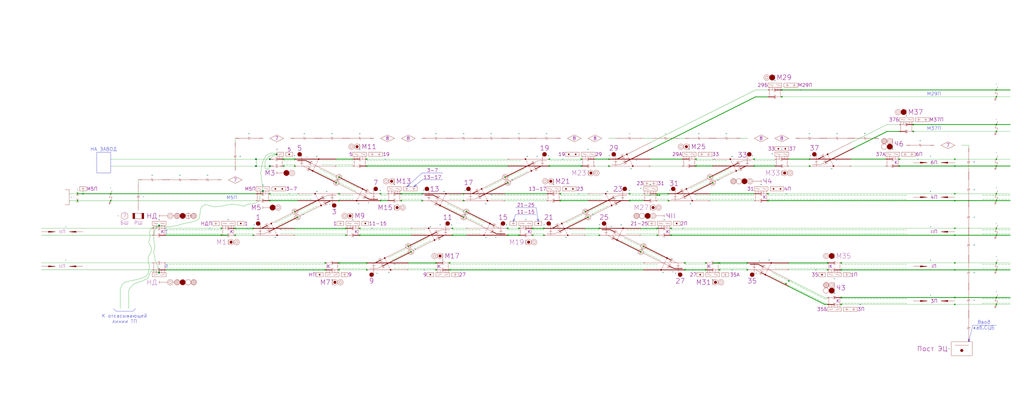
<source format=kicad_sch>
(kicad_sch (version 20231120) (generator "eeschema") (generator_version "8.0")
  (paper "User" 740 297)
  (title_block (company "АТ-451") (comment 2 "Михайлов А.К.") (comment 3 "Ворона В.К."))
  (junction (at 503 120))
  (junction (at 213 153))
  (junction (at 183 165))
  (junction (at 475 141))
  (junction (at 367 170))
  (junction (at 160 170))
  (junction (at 205 115))
  (junction (at 568 205))
  (junction (at 397 115))
  (junction (at 720 140))
  (junction (at 335 157))
  (junction (at 540 195))
  (junction (at 265 190))
  (junction (at 585 115))
  (junction (at 195 145))
  (junction (at 495 190))
  (junction (at 720 195))
  (junction (at 720 120))
  (junction (at 540 190))
  (junction (at 503 115))
  (junction (at 260 170))
  (junction (at 385 170))
  (junction (at 570 203))
  (junction (at 515 132))
  (junction (at 367 132))
  (junction (at 720 70))
  (junction (at 325 195))
  (junction (at 690 190))
  (junction (at 265 120))
  (junction (at 405 140))
  (junction (at 475 165))
  (junction (at 235 195))
  (junction (at 190 138))
  (junction (at 483 145))
  (junction (at 195 115))
  (junction (at 483 140))
  (junction (at 393 170))
  (junction (at 60 140))
  (junction (at 115 197))
  (junction (at 598 195))
  (junction (at 327 165))
  (junction (at 170 165))
  (junction (at 250 165))
  (junction (at 545 120))
  (junction (at 565 70))
  (junction (at 290 145))
  (junction (at 465 178))
  (junction (at 275 140))
  (junction (at 720 90))
  (junction (at 290 140))
  (junction (at 275 145))
  (junction (at 243 132))
  (junction (at 585 120))
  (junction (at 463 182))
  (junction (at 720 215))
  (junction (at 608 195))
  (junction (at 205 120))
  (junction (at 423 153))
  (junction (at 433 165))
  (junction (at 555 145))
  (junction (at 213 115))
  (junction (at 183 170))
  (junction (at 245 190))
  (junction (at 440 120))
  (junction (at 335 145))
  (junction (at 720 115))
  (junction (at 305 140))
  (junction (at 565 65))
  (junction (at 720 65))
  (junction (at 690 140))
  (junction (at 690 220))
  (junction (at 195 140))
  (junction (at 495 195))
  (junction (at 250 170))
  (junction (at 385 165))
  (junction (at 433 170))
  (junction (at 397 120))
  (junction (at 327 170))
  (junction (at 690 115))
  (junction (at 660 90))
  (junction (at 325 190))
  (junction (at 420 115))
  (junction (at 265 195))
  (junction (at 305 145))
  (junction (at 720 170))
  (junction (at 455 140))
  (junction (at 375 170))
  (junction (at 235 190))
  (junction (at 598 190))
  (junction (at 510 195))
  (junction (at 245 145))
  (junction (at 185 120))
  (junction (at 520 190))
  (junction (at 485 170))
  (junction (at 337 153))
  (junction (at 56 140))
  (junction (at 115 163))
  (junction (at 195 120))
  (junction (at 690 215))
  (junction (at 405 145))
  (junction (at 160 165))
  (junction (at 335 140))
  (junction (at 185 115))
  (junction (at 510 190))
  (junction (at 660 95))
  (junction (at 720 95))
  (junction (at 690 195))
  (junction (at 545 115))
  (junction (at 245 140))
  (junction (at 608 220))
  (junction (at 315 195))
  (junction (at 650 120))
  (junction (at 245 128))
  (junction (at 690 120))
  (junction (at 608 215))
  (junction (at 513 128))
  (junction (at 720 165))
  (junction (at 690 170))
  (junction (at 315 190))
  (junction (at 720 145))
  (junction (at 555 140))
  (junction (at 476.5 141))
  (junction (at 245 195))
  (junction (at 608 190))
  (junction (at 690 165))
  (junction (at 393 165))
  (junction (at 650 115))
  (junction (at 455 145))
  (junction (at 520 195))
  (junction (at 295 178))
  (junction (at 720 220))
  (junction (at 365 128))
  (junction (at 375 165))
  (junction (at 200 111.5))
  (junction (at 720 190))
  (junction (at 485 165))
  (junction (at 425 157))
  (junction (at 213 120))
  (junction (at 367 165))
  (junction (at 265 115))
  (junction (at 420 120))
  (junction (at 440 115))
  (junction (at 690 145))
  (junction (at 80 145))
  (junction (at 56 145))
  (junction (at 80 140))
  (junction (at 297 182))
  (junction (at 475 170))
  (junction (at 170 170))
  (junction (at 260 165))
  (junction (at 215 157))
  (wire (pts (xy 111 171) (xy 111 173)))
  (wire (pts (xy 120 166) (xy 160 166)) (stroke (width 0) (type dash)))
  (wire (pts (xy 120 165) (xy 160 165)))
  (wire (pts (xy 520 195) (xy 540 195)))
  (wire (pts (xy 525 119) (xy 503 119)) (stroke (width 0) (type dash)))
  (wire (pts (xy 596 219) (xy 598 219)) (stroke (width 0) (type dash)))
  (wire (pts (xy 247 130) (xy 259 136)) (stroke (width 0) (type dash)))
  (wire (pts (xy 351 136) (xy 363 130)) (stroke (width 0) (type dash)))
  (wire (pts (xy 710 169) (xy 730 169)) (stroke (width 0) (type dash)))
  (wire (pts (xy 198.5 111.5) (xy 196.5 112)))
  (wire (pts (xy 405 145) (xy 425 145)) (stroke (width 0.5)))
  (wire (pts (xy 560 194) (xy 598 194)) (stroke (width 0) (type dash)))
  (wire (pts (xy 56 140) (xy 60 140)) (stroke (width 0.5)))
  (wire (pts (xy 190 116.5) (xy 192 112.5)))
  (wire (pts (xy 483 144) (xy 475 144)) (stroke (width 0) (type dash)))
  (wire (pts (xy 367 166) (xy 375 166)) (stroke (width 0) (type dash)))
  (wire (pts (xy 596 216) (xy 570 203)) (stroke (width 0) (type dash)))
  (wire (pts (xy 187.5 144) (xy 187 145.5)))
  (wire (pts (xy 710 141) (xy 730 141)) (stroke (width 0) (type dash)))
  (wire (pts (xy 325 190) (xy 465 190)))
  (wire (pts (xy 203 169) (xy 250 169)) (stroke (width 0) (type dash)))
  (wire (pts (xy 113 190) (xy 114 193)))
  (wire (pts (xy 229 124) (xy 241 130)) (stroke (width 0) (type dash)))
  (wire (pts (xy 349 163) (xy 337 157)) (stroke (width 0) (type dash)))
  (wire (pts (xy 245 191) (xy 265 191)) (stroke (width 0) (type dash)))
  (wire (pts (xy 570 195) (xy 598 195)))
  (wire (pts (xy 397 119) (xy 420 119)) (stroke (width 0) (type dash)))
  (wire (pts (xy 213 165) (xy 250 165)) (stroke (width 0.5)))
  (wire (pts (xy 141.5 159.5) (xy 143.5 158.5)))
  (polyline (pts (xy 701 245.5) (xy 700 247)))
  (wire (pts (xy 113 164) (xy 112 164)))
  (wire (pts (xy 495 194) (xy 510 194)) (stroke (width 0) (type dash)))
  (wire (pts (xy 560 119) (xy 545 119)) (stroke (width 0) (type dash)))
  (wire (pts (xy 196.5 112) (xy 194.5 113)))
  (wire (pts (xy 520 194) (xy 540 194)) (stroke (width 0) (type dash)))
  (wire (pts (xy 192 112.5) (xy 194.5 111)))
  (wire (pts (xy 245 195) (xy 265 195)))
  (wire (pts (xy 650 120) (xy 690 120)) (stroke (width 0.5)))
  (wire (pts (xy 570 120) (xy 585 120)))
  (wire (pts (xy 339 155) (xy 351 161)) (stroke (width 0) (type dash)))
  (polyline (pts (xy 295 133.5) (xy 296 134)))
  (wire (pts (xy 112 178) (xy 111 183)))
  (wire (pts (xy 115 197) (xy 112 196)))
  (wire (pts (xy 405 144) (xy 435 144)) (stroke (width 0) (type dash)))
  (wire (pts (xy 99 202) (xy 94 203)))
  (wire (pts (xy 112 164) (xy 110 164.5)))
  (wire (pts (xy 365 145) (xy 395 145)))
  (wire (pts (xy 200 111.5) (xy 198.5 112)))
  (wire (pts (xy 187 145.5) (xy 185.5 146.5)))
  (wire (pts (xy 191.5 121.5) (xy 193.5 122.5)))
  (wire (pts (xy 476.5 141) (xy 475 141)))
  (wire (pts (xy 495 195) (xy 510 195)) (stroke (width 0.5)))
  (wire (pts (xy 109 178) (xy 109.5 180.5)))
  (wire (pts (xy 397 120) (xy 420 120)) (stroke (width 0.5)))
  (wire (pts (xy 171.5 148) (xy 174 148.5)))
  (wire (pts (xy 111 183) (xy 112 186)))
  (wire (pts (xy 720 165) (xy 730 165)))
  (wire (pts (xy 112 166) (xy 111 171)))
  (wire (pts (xy 80 145) (xy 185 145)))
  (polyline (pts (xy 299 135) (xy 301 134)))
  (wire (pts (xy 720 140) (xy 730 140)))
  (polyline (pts (xy 389.5 158.5) (xy 388 158.5)))
  (wire (pts (xy 290 145) (xy 305 145)))
  (wire (pts (xy 191.5 117) (xy 191.5 121.5)))
  (wire (pts (xy 112 186) (xy 112 188)))
  (wire (pts (xy 700 105) (xy 700 107)))
  (wire (pts (xy 97 205) (xy 103 203)))
  (wire (pts (xy 470 120) (xy 493 120)))
  (wire (pts (xy 164.5 148) (xy 168 147.5)))
  (wire (pts (xy 87 209) (xy 88 206)))
  (wire (pts (xy 503 116) (xy 525 116)) (stroke (width 0) (type dash)))
  (wire (pts (xy 465 141) (xy 455 141)) (stroke (width 0) (type dash)))
  (wire (pts (xy 146 149) (xy 148 148)))
  (wire (pts (xy 275 144) (xy 280 144)) (stroke (width 0) (type dash)))
  (wire (pts (xy 170 170) (xy 183 170)))
  (polyline (pts (xy 703 235) (xy 700 247)))
  (wire (pts (xy 260 166) (xy 307 166)) (stroke (width 0) (type dash)))
  (wire (pts (xy 495 100) (xy 491 100)))
  (wire (pts (xy 190 138) (xy 189 138.5)))
  (wire (pts (xy 710 216) (xy 730 216)) (stroke (width 0) (type dash)))
  (wire (pts (xy 290 141) (xy 305 141)) (stroke (width 0) (type dash)))
  (wire (pts (xy 367 169) (xy 375 169)) (stroke (width 0) (type dash)))
  (wire (pts (xy 80 115) (xy 185 115)))
  (wire (pts (xy 710 144) (xy 730 144)) (stroke (width 0) (type dash)))
  (wire (pts (xy 615 120) (xy 640 120)))
  (wire (pts (xy 499 136) (xy 511 130)) (stroke (width 0) (type dash)))
  (wire (pts (xy 690 215) (xy 720 215)) (stroke (width 0.5)))
  (wire (pts (xy 710 191) (xy 730 191)) (stroke (width 0) (type dash)))
  (wire (pts (xy 112 188) (xy 113 190)))
  (wire (pts (xy 690 165) (xy 720 165)))
  (wire (pts (xy 120 190) (xy 235 190)))
  (wire (pts (xy 720 145) (xy 730 145)) (stroke (width 0.5)))
  (wire (pts (xy 565 65) (xy 720 65)) (stroke (width 0.5)))
  (wire (pts (xy 245 141) (xy 255 141)) (stroke (width 0) (type dash)))
  (wire (pts (xy 213 119) (xy 205 119)) (stroke (width 0) (type dash)))
  (wire (pts (xy 535 100) (xy 540 100)))
  (wire (pts (xy 515 120) (xy 503 120)) (stroke (width 0.5)))
  (wire (pts (xy 608 190) (xy 690 190)))
  (wire (pts (xy 195 141) (xy 225 141)) (stroke (width 0) (type dash)))
  (wire (pts (xy 337 165) (xy 327 165)))
  (wire (pts (xy 160 170) (xy 165 170)))
  (wire (pts (xy 546 65) (xy 555 65)))
  (wire (pts (xy 690 170) (xy 720 170)) (stroke (width 0.5)))
  (wire (pts (xy 503 141) (xy 545 141)) (stroke (width 0) (type dash)))
  (wire (pts (xy 337 170) (xy 327 170)) (stroke (width 0.5)))
  (wire (pts (xy 115 197) (xy 114 193)))
  (polyline (pts (xy 305 130) (xy 299 135)) (stroke (width 0) (type solid)))
  (wire (pts (xy 245 144) (xy 255 144)) (stroke (width 0) (type dash)))
  (wire (pts (xy 243 120) (xy 255 120)))
  (wire (pts (xy 160 149) (xy 164.5 148)))
  (wire (pts (xy 485 165) (xy 690 165)))
  (wire (pts (xy 245 194) (xy 265 194)) (stroke (width 0) (type dash)))
  (wire (pts (xy 513 132) (xy 501 138)) (stroke (width 0) (type dash)))
  (wire (pts (xy 185.5 116) (xy 185 117)))
  (wire (pts (xy 108 198) (xy 107 201)))
  (wire (pts (xy 470 103) (xy 546 65)))
  (wire (pts (xy 660 95) (xy 720 95)))
  (wire (pts (xy 513 140) (xy 545 140)) (stroke (width 0.5)))
  (wire (pts (xy 281 186) (xy 293 180)) (stroke (width 0) (type dash)))
  (wire (pts (xy 30 165) (xy 110 165)))
  (wire (pts (xy 87 209) (xy 87 223)))
  (wire (pts (xy 295 182) (xy 283 188)) (stroke (width 0) (type dash)))
  (wire (pts (xy 108 192) (xy 107 198)))
  (wire (pts (xy 198.5 112) (xy 197 113)))
  (wire (pts (xy 275 140) (xy 280 140)))
  (wire (pts (xy 690 220) (xy 720 220)))
  (wire (pts (xy 560 116) (xy 545 116)) (stroke (width 0) (type dash)))
  (polyline (pts (xy 294 135) (xy 295 133.5)))
  (wire (pts (xy 690 140) (xy 720 140)))
  (wire (pts (xy 94 203) (xy 90 204)))
  (wire (pts (xy 170 166) (xy 183 166)) (stroke (width 0) (type dash)))
  (wire (pts (xy 109.5 180.5) (xy 109 182.5)))
  (wire (pts (xy 315 195) (xy 295 195)))
  (wire (pts (xy 285 194) (xy 315 194)) (stroke (width 0) (type dash)))
  (polyline (pts (xy 300 133.5) (xy 299 135)))
  (wire (pts (xy 189 138.5) (xy 188.5 139)))
  (wire (pts (xy 170 169) (xy 183 169)) (stroke (width 0) (type dash)))
  (wire (pts (xy 121 164) (xy 115 163)))
  (wire (pts (xy 290 140) (xy 305 140)) (stroke (width 0.5)))
  (wire (pts (xy 225 144) (xy 195 144)) (stroke (width 0) (type dash)))
  (wire (pts (xy 596 220) (xy 598 220)) (stroke (width 0.5)))
  (wire (pts (xy 485 170) (xy 690 170)) (stroke (width 0.5)))
  (wire (pts (xy 190 134.5) (xy 189 130.5)))
  (wire (pts (xy 255 119) (xy 233 119)) (stroke (width 0) (type dash)))
  (polyline (pts (xy 301 134) (xy 300 133.5)))
  (wire (pts (xy 325 195) (xy 465 195)) (stroke (width 0.5)))
  (wire (pts (xy 327 166) (xy 347 166)) (stroke (width 0) (type dash)))
  (wire (pts (xy 413 169) (xy 433 169)) (stroke (width 0) (type dash)))
  (polyline (pts (xy 371 158.5) (xy 371 160)))
  (wire (pts (xy 465 144) (xy 455 144)) (stroke (width 0) (type dash)))
  (wire (pts (xy 321 149) (xy 333 155)) (stroke (width 0) (type dash)))
  (wire (pts (xy 608 215) (xy 690 215)) (stroke (width 0.5)))
  (wire (pts (xy 423 157) (xy 411 163)) (stroke (width 0) (type dash)))
  (wire (pts (xy 695 105) (xy 700 105)))
  (wire (pts (xy 311 174) (xy 299 180)) (stroke (width 0) (type dash)))
  (wire (pts (xy 325 144) (xy 335 144)) (stroke (width 0) (type dash)))
  (wire (pts (xy 560 191) (xy 598 191)) (stroke (width 0) (type dash)))
  (wire (pts (xy 176 149) (xy 176.5 149)))
  (wire (pts (xy 185.5 118) (xy 185 120)))
  (polyline (pts (xy 387.5 155) (xy 372.5 155)))
  (polyline (pts (xy 320 130) (xy 305 130)))
  (wire (pts (xy 385 170) (xy 393 170)))
  (wire (pts (xy 185 115) (xy 195 115)))
  (wire (pts (xy 570 207) (xy 596 220)) (stroke (width 0.5)))
  (wire (pts (xy 120 170) (xy 160 170)) (stroke (width 0.5)))
  (wire (pts (xy 615 115) (xy 640 115)) (stroke (width 0.5)))
  (wire (pts (xy 188.5 139) (xy 188 141)))
  (wire (pts (xy 260 170) (xy 297 170)) (stroke (width 0.5)))
  (wire (pts (xy 545 120) (xy 560 120)) (stroke (width 0.5)))
  (wire (pts (xy 720 120) (xy 730 120)) (stroke (width 0.5)))
  (wire (pts (xy 160 170) (xy 165 170)) (stroke (width 0.5)))
  (wire (pts (xy 199 111) (xy 200 111.5)))
  (wire (pts (xy 315 190) (xy 295 190)) (stroke (width 0.5)))
  (wire (pts (xy 213 170) (xy 250 170)))
  (wire (pts (xy 105 200) (xy 99 202)))
  (wire (pts (xy 108 168) (xy 108.5 171)))
  (wire (pts (xy 463 165) (xy 475 165)) (stroke (width 0.5)))
  (wire (pts (xy 229 149) (xy 217 155)) (stroke (width 0) (type dash)))
  (wire (pts (xy 720 190) (xy 730 190)))
  (wire (pts (xy 453 166) (xy 475 166)) (stroke (width 0) (type dash)))
  (wire (pts (xy 265 116) (xy 377 116)) (stroke (width 0) (type dash)))
  (wire (pts (xy 110 164.5) (xy 108.5 166)))
  (wire (pts (xy 194.5 111) (xy 196.5 110.5)))
  (wire (pts (xy 188.5 125) (xy 189 121)))
  (wire (pts (xy 465 100) (xy 471 100)))
  (wire (pts (xy 476.5 141) (xy 475 141)) (stroke (width 0) (type dash)))
  (wire (pts (xy 93 210) (xy 93 223)))
  (wire (pts (xy 529 124) (xy 517 130)) (stroke (width 0) (type dash)))
  (wire (pts (xy 641 90) (xy 650 90)))
  (wire (pts (xy 185 115) (xy 185.5 116)))
  (wire (pts (xy 200 111.5) (xy 198.5 111.5)))
  (wire (pts (xy 690 195) (xy 720 195)) (stroke (width 0.5)))
  (wire (pts (xy 109 196) (xy 108 198)))
  (wire (pts (xy 475 141) (xy 466.5 141)) (stroke (width 0) (type dash)))
  (wire (pts (xy 205 120) (xy 213 120)))
  (wire (pts (xy 195 140) (xy 215 140)))
  (wire (pts (xy 170 165) (xy 183 165)) (stroke (width 0.5)))
  (wire (pts (xy 113 164) (xy 115 163)))
  (wire (pts (xy 108.5 166) (xy 108 168)))
  (wire (pts (xy 495 190) (xy 510 190)))
  (wire (pts (xy 195 121) (xy 195 120)))
  (wire (pts (xy 367 165) (xy 375 165)))
  (wire (pts (xy 60 138) (xy 60 140)))
  (wire (pts (xy 720 115) (xy 730 115)))
  (wire (pts (xy 245 190) (xy 265 190)) (stroke (width 0.5)))
  (wire (pts (xy 449 174) (xy 461 180)) (stroke (width 0) (type dash)))
  (wire (pts (xy 440 115) (xy 430 115)) (stroke (width 0.5)))
  (wire (pts (xy 174 148.5) (xy 176 149)))
  (wire (pts (xy 556 199) (xy 568 205)) (stroke (width 0) (type dash)))
  (wire (pts (xy 185.5 146.5) (xy 183.5 147)))
  (wire (pts (xy 515 128) (xy 527 122)) (stroke (width 0) (type dash)))
  (wire (pts (xy 193.5 122.5) (xy 195 121)))
  (wire (pts (xy 275 141) (xy 280 141)) (stroke (width 0) (type dash)))
  (wire (pts (xy 690 145) (xy 720 145)) (stroke (width 0.5)))
  (wire (pts (xy 107 189.5) (xy 108 192)))
  (wire (pts (xy 463 178) (xy 451 172)) (stroke (width 0) (type dash)))
  (wire (pts (xy 608 194) (xy 655 194)) (stroke (width 0) (type dash)))
  (wire (pts (xy 397 115) (xy 420 115)))
  (wire (pts (xy 483 140) (xy 475 140)) (stroke (width 0.5)))
  (wire (pts (xy 120 191) (xy 235 191)) (stroke (width 0) (type dash)))
  (wire (pts (xy 513 145) (xy 545 145)))
  (wire (pts (xy 170 100) (xy 170 103)))
  (wire (pts (xy 453 169) (xy 475 169)) (stroke (width 0) (type dash)))
  (wire (pts (xy 720 65) (xy 730 65)) (stroke (width 0.5)))
  (wire (pts (xy 144.5 154.5) (xy 145 151)))
  (wire (pts (xy 465 145) (xy 455 145)) (stroke (width 0.5)))
  (wire (pts (xy 720 70) (xy 730 70)))
  (wire (pts (xy 568 205) (xy 596 219)) (stroke (width 0) (type dash)))
  (wire (pts (xy 555 141) (xy 655 141)) (stroke (width 0) (type dash)))
  (wire (pts (xy 381 124) (xy 369 130)) (stroke (width 0) (type dash)))
  (polyline (pts (xy 700 247) (xy 699.5 245.5)))
  (polyline (pts (xy 372.5 150) (xy 387.5 150)))
  (wire (pts (xy 290 140) (xy 305 140)))
  (wire (pts (xy 215 153) (xy 227 147)) (stroke (width 0) (type dash)))
  (wire (pts (xy 112 196) (xy 109 196)))
  (wire (pts (xy 470 115) (xy 493 115)) (stroke (width 0.5)))
  (wire (pts (xy 641 95) (xy 650 95)) (stroke (width 0.5)))
  (polyline (pts (xy 84 225) (xy 96 225)))
  (wire (pts (xy 546 70) (xy 555 70)) (stroke (width 0.5)))
  (wire (pts (xy 265 115) (xy 367 115)))
  (wire (pts (xy 485 169) (xy 655 169)) (stroke (width 0) (type dash)))
  (wire (pts (xy 120 169) (xy 160 169)) (stroke (width 0) (type dash)))
  (wire (pts (xy 94 208) (xy 97 205)))
  (wire (pts (xy 285 191) (xy 315 191)) (stroke (width 0) (type dash)))
  (wire (pts (xy 193 114.5) (xy 191.5 117)))
  (wire (pts (xy 520 190) (xy 540 190)) (stroke (width 0.5)))
  (wire (pts (xy 690 115) (xy 720 115)))
  (wire (pts (xy 503 144) (xy 545 144)) (stroke (width 0) (type dash)))
  (wire (pts (xy 367 170) (xy 375 170)) (stroke (width 0.5)))
  (wire (pts (xy 205 116) (xy 213 116)) (stroke (width 0) (type dash)))
  (wire (pts (xy 617 107) (xy 641 95)) (stroke (width 0.5)))
  (wire (pts (xy 121 164) (xy 128 163)))
  (wire (pts (xy 465 140) (xy 455 140)))
  (polyline (pts (xy 96 225) (xy 98 223)))
  (polyline (pts (xy 372 158.5) (xy 371 160)))
  (wire (pts (xy 203 166) (xy 250 166)) (stroke (width 0) (type dash)))
  (wire (pts (xy 720 220) (xy 730 220)))
  (polyline (pts (xy 699.5 245.5) (xy 701 245.5)))
  (wire (pts (xy 355 141) (xy 395 141)) (stroke (width 0) (type dash)))
  (wire (pts (xy 710 166) (xy 730 166)) (stroke (width 0) (type dash)))
  (wire (pts (xy 335 153) (xy 323 147)) (stroke (width 0) (type dash)))
  (wire (pts (xy 483 145) (xy 475 145)))
  (wire (pts (xy 93 210) (xy 94 208)))
  (wire (pts (xy 145 151) (xy 146 149)))
  (wire (pts (xy 365 140) (xy 395 140)) (stroke (width 0.5)))
  (wire (pts (xy 367 128) (xy 379 122)) (stroke (width 0) (type dash)))
  (wire (pts (xy 596 215) (xy 598 215)))
  (wire (pts (xy 205 115) (xy 213 115)) (stroke (width 0.5)))
  (wire (pts (xy 325 141) (xy 335 141)) (stroke (width 0) (type dash)))
  (wire (pts (xy 30 170) (xy 110 170)))
  (wire (pts (xy 720 215) (xy 730 215)) (stroke (width 0.5)))
  (wire (pts (xy 710 194) (xy 730 194)) (stroke (width 0) (type dash)))
  (wire (pts (xy 180 147.5) (xy 178 148)))
  (wire (pts (xy 80 120) (xy 185 120)))
  (wire (pts (xy 485 166) (xy 655 166)) (stroke (width 0) (type dash)))
  (wire (pts (xy 650 115) (xy 690 115)))
  (wire (pts (xy 385 166) (xy 393 166)) (stroke (width 0) (type dash)))
  (wire (pts (xy 260 169) (xy 307 169)) (stroke (width 0) (type dash)))
  (wire (pts (xy 515 190) (xy 520 190)) (stroke (width 0.5)))
  (wire (pts (xy 608 191) (xy 655 191)) (stroke (width 0) (type dash)))
  (wire (pts (xy 80 140) (xy 185 140)) (stroke (width 0.5)))
  (wire (pts (xy 355 144) (xy 395 144)) (stroke (width 0) (type dash)))
  (wire (pts (xy 243 115) (xy 255 115)) (stroke (width 0.5)))
  (wire (pts (xy 385 165) (xy 393 165)) (stroke (width 0.5)))
  (wire (pts (xy 598 216) (xy 596 216)))
  (wire (pts (xy 515 115) (xy 503 115)))
  (wire (pts (xy 463 170) (xy 475 170)))
  (wire (pts (xy 194.5 113) (xy 193 114.5)))
  (wire (pts (xy 108 184) (xy 107 186.5)))
  (wire (pts (xy 615 103) (xy 641 90)))
  (polyline (pts (xy 296 134) (xy 294 135)))
  (wire (pts (xy 720 170) (xy 730 170)) (stroke (width 0.5)))
  (polyline (pts (xy 387.5 150) (xy 389 160)))
  (wire (pts (xy 143.5 158.5) (xy 144 157.5)))
  (wire (pts (xy 195 115) (xy 197 113)))
  (wire (pts (xy 555 145) (xy 690 145)) (stroke (width 0.5)))
  (wire (pts (xy 168 147.5) (xy 171.5 148)))
  (wire (pts (xy 112 166) (xy 115 163)))
  (wire (pts (xy 100 132) (xy 100 130)))
  (wire (pts (xy 477 188) (xy 465 182)) (stroke (width 0) (type dash)))
  (wire (pts (xy 377 119) (xy 265 119)) (stroke (width 0) (type dash)))
  (wire (pts (xy 60 140) (xy 80 140)) (stroke (width 0.5)))
  (wire (pts (xy 88 206) (xy 90 204)))
  (wire (pts (xy 572 203) (xy 596 215)))
  (polyline (pts (xy 371 158.5) (xy 372 158.5)))
  (wire (pts (xy 120 194) (xy 235 194)) (stroke (width 0) (type dash)))
  (wire (pts (xy 185 117) (xy 185.5 118)))
  (wire (pts (xy 233 116) (xy 255 116)) (stroke (width 0) (type dash)))
  (wire (pts (xy 495 191) (xy 510 191)) (stroke (width 0) (type dash)))
  (wire (pts (xy 710 219) (xy 730 219)) (stroke (width 0) (type dash)))
  (wire (pts (xy 483 141) (xy 476.5 141)) (stroke (width 0) (type dash)))
  (wire (pts (xy 108.5 171) (xy 107.5 175)))
  (wire (pts (xy 148 148) (xy 150 148)))
  (wire (pts (xy 108 176.5) (xy 109 178)))
  (wire (pts (xy 570 190) (xy 598 190)) (stroke (width 0.5)))
  (wire (pts (xy 570 115) (xy 585 115)) (stroke (width 0.5)))
  (wire (pts (xy 144 157.5) (xy 144.5 154.5)))
  (wire (pts (xy 152.5 149) (xy 155 149.5)))
  (wire (pts (xy 189 121) (xy 190 116.5)))
  (wire (pts (xy 433 170) (xy 423 170)))
  (wire (pts (xy 257 138) (xy 245 132)) (stroke (width 0) (type dash)))
  (wire (pts (xy 420 116) (xy 397 116)) (stroke (width 0) (type dash)))
  (wire (pts (xy 111 173) (xy 112 178)))
  (wire (pts (xy 103 203) (xy 107 201)))
  (polyline (pts (xy 388 158.5) (xy 389 160)))
  (wire (pts (xy 141.5 159.5) (xy 140 160)))
  (wire (pts (xy 213 157) (xy 201 163)) (stroke (width 0) (type dash)))
  (polyline (pts (xy 82 223) (xy 84 225)))
  (wire (pts (xy 565 70) (xy 720 70)))
  (wire (pts (xy 178 148) (xy 176.5 149)))
  (wire (pts (xy 297 178) (xy 309 172)) (stroke (width 0) (type dash)))
  (wire (pts (xy 365 132) (xy 353 138)) (stroke (width 0) (type dash)))
  (wire (pts (xy 128 163) (xy 131 162)))
  (wire (pts (xy 140 160) (xy 131 162)))
  (wire (pts (xy 690 190) (xy 720 190)))
  (wire (pts (xy 409 161) (xy 421 155)) (stroke (width 0) (type dash)))
  (wire (pts (xy 660 90) (xy 720 90)) (stroke (width 0.5)))
  (wire (pts (xy 440 120) (xy 430 120)))
  (wire (pts (xy 190 138) (xy 190 134.5)))
  (wire (pts (xy 107.5 175) (xy 108 176.5)))
  (polyline (pts (xy 305 125) (xy 294 135)))
  (wire (pts (xy 520 191) (xy 540 191)) (stroke (width 0) (type dash)))
  (wire (pts (xy 405 141) (xy 435 141)) (stroke (width 0) (type dash)))
  (wire (pts (xy 466.5 141) (xy 475 141)))
  (wire (pts (xy 520 190) (xy 515 190)))
  (wire (pts (xy 690 120) (xy 720 120)) (stroke (width 0.5)))
  (polyline (pts (xy 720 235) (xy 703 235)))
  (wire (pts (xy 608 216) (xy 655 216)) (stroke (width 0) (type dash)))
  (polyline (pts (xy 372.5 155) (xy 371 160)))
  (wire (pts (xy 290 144) (xy 305 144)) (stroke (width 0) (type dash)))
  (polyline (pts (xy 320 125) (xy 305 125)))
  (wire (pts (xy 467 180) (xy 479 186)) (stroke (width 0) (type dash)))
  (wire (pts (xy 433 165) (xy 423 165)) (stroke (width 0.5)))
  (wire (pts (xy 555 140) (xy 690 140)))
  (wire (pts (xy 608 195) (xy 690 195)) (stroke (width 0.5)))
  (wire (pts (xy 107 186.5) (xy 107 189.5)))
  (wire (pts (xy 555 144) (xy 655 144)) (stroke (width 0) (type dash)))
  (wire (pts (xy 188 141) (xy 187.5 144)))
  (wire (pts (xy 325 194) (xy 475 194)) (stroke (width 0) (type dash)))
  (wire (pts (xy 243 128) (xy 231 122)) (stroke (width 0) (type dash)))
  (wire (pts (xy 155 149.5) (xy 160 149)))
  (wire (pts (xy 413 166) (xy 433 166)) (stroke (width 0) (type dash)))
  (wire (pts (xy 30 190) (xy 110 190)))
  (wire (pts (xy 570 203) (xy 558 197)) (stroke (width 0) (type dash)))
  (wire (pts (xy 425 153) (xy 437 147)) (stroke (width 0) (type dash)))
  (wire (pts (xy 109 182.5) (xy 108 184)))
  (wire (pts (xy 185 120) (xy 195 120)))
  (wire (pts (xy 720 90) (xy 730 90)) (stroke (width 0.5)))
  (wire (pts (xy 50 145) (xy 56 145)))
  (wire (pts (xy 150 148) (xy 152.5 149)))
  (wire (pts (xy 265 120) (xy 367 120)) (stroke (width 0.5)))
  (wire (pts (xy 608 219) (xy 655 219)) (stroke (width 0) (type dash)))
  (polyline (pts (xy 389 160) (xy 389.5 158.5)))
  (wire (pts (xy 195 145) (xy 215 145)) (stroke (width 0.5)))
  (wire (pts (xy 107 198) (xy 105 200)))
  (wire (pts (xy 472 107) (xy 546 70)) (stroke (width 0.5)))
  (wire (pts (xy 720 95) (xy 730 95)))
  (wire (pts (xy 325 191) (xy 475 191)) (stroke (width 0) (type dash)))
  (wire (pts (xy 275 145) (xy 280 145)) (stroke (width 0.5)))
  (wire (pts (xy 720 195) (xy 730 195)) (stroke (width 0.5)))
  (wire (pts (xy 347 169) (xy 327 169)) (stroke (width 0) (type dash)))
  (wire (pts (xy 183.5 147) (xy 180 147.5)))
  (wire (pts (xy 189 130.5) (xy 188.5 125)))
  (wire (pts (xy 440 100) (xy 445 100)))
  (wire (pts (xy 30 195) (xy 110 195)))
  (wire (pts (xy 385 169) (xy 393 169)) (stroke (width 0) (type dash)))
  (wire (pts (xy 120 195) (xy 235 195)) (stroke (width 0.5)))
  (wire (pts (xy 199 161) (xy 211 155)) (stroke (width 0) (type dash)))
  (wire (pts (xy 439 149) (xy 427 155)) (stroke (width 0) (type dash)))
  (wire (pts (xy 545 115) (xy 560 115)))
  (wire (pts (xy 196.5 110.5) (xy 199 111)))
  (wire (pts (xy 260 165) (xy 297 165)))
  (wire (pts (xy 608 220) (xy 690 220)))
  (wire (pts (xy 405 140) (xy 425 140)))
  (wire (pts (xy 50 140) (xy 56 140)))
  (wire (pts (xy 56 145) (xy 80 145)))
  (circle (center 185 115) (radius 0.5) (fill (type color) (color 0 0 0 1)))
  (circle (center 195 115) (radius 0.5) (fill (type color) (color 0 0 0 1)))
  (circle (center 185 120) (radius 0.5) (fill (type color) (color 0 0 0 1)))
  (circle (center 190 138) (radius 0.5) (fill (type color) (color 0 0 0 1)))
  (circle (center 200 111.5) (radius 0.5) (fill (type color) (color 0 0 0 1)))
  (circle (center 115 163) (radius 0.5) (fill (type color) (color 0 0 0 1)))
  (circle (center 115 197) (radius 0.5) (fill (type color) (color 0 0 0 1)))
  (rectangle (start 70 110) (end 80 125))
  (circle (center 195 120) (radius 0.5) (fill (type color) (color 0 0 0 1)))
  (text "М5П" (at 167.5 143 0) (effects (font (size 2.5 2.5))))
  (text "Р" (at 119 194.5 0) (effects (font (size 2.5 2.5)) (justify left bottom)))
  (text "Ввод\nкаб.СЦБ" (at 711 235 0) (effects (font (size 2.5 2.5))))
  (text "Т" (at 119 169.5 0) (effects (font (size 2.5 2.5)) (justify left bottom)))
  (text "К отсасывающей\nлинии ТП" (at 90 227 0) (effects (font (size 2.5 2.5)) (justify top)))
  (text "НА ЗАВОД" (at 75 108 0) (effects (font (size 2.5 2.5))))
  (text "М37П" (at 675 93 0) (effects (font (size 2.5 2.5))))
  (text "М29П" (at 675 68 0) (effects (font (size 2.5 2.5))))
  (symbol (lib_id "SCB_Двухнитка:Привод") (at 270 195 0) (unit 1)
    (property "Reference" "СП5" (effects (hide yes)))
    (property "Value" "~" (at 271.85 197.5 0) (effects (justify left)))
    (property "Номер.стр." "9" (at 268.5 203 0) (effects (font (size 3.5 3.5))))
  )
  (symbol (lib_name "Трансформатор_путевой_сдвоенный_1") (lib_id "SCB_Двухнитка:Трансформатор_путевой_сдвоенный") (at 571.5 111 0) (mirror y) (unit 1)
    (property "Reference" "ЯП37" (effects (hide yes)))
    (property "Value" "~" (at 558.11 111 0) (effects (font (size 1.8 1.8))))
    (property "Частота" "420/12" (effects (hide yes)))
    (property "Секция1" "33" (at 560 107.5 0) (effects (font (size 2.5 2.5)) (justify left)))
    (property "Секция2" "37" (at 570 107.5 0) (effects (font (size 2.5 2.5)) (justify right)))
    (property "Частота1" "420/12" (effects (hide yes)))
    (property "Частота2" "720/8" (effects (hide yes)))
  )
  (symbol (lib_id "SCB:Входной") (at 115 204 180) (unit 1)
    (property "Reference" "Входной2" (effects (hide yes)))
    (property "Литера" "НД" (at 114 204 0) (effects (font (size 3.5 3.5)) (justify left)))
    (property "ДвухнитеваяК" "2" (effects (hide yes)))
    (property "ДвухнитеваяЖ" "2" (effects (hide yes)))
    (property "Двухнитевая2Ж" "2" (effects (hide yes)))
    (property "ДвухнитеваяЗ" "2" (effects (hide yes)))
    (property "ДвухнитеваяБ" "2" (effects (hide yes)))
  )
  (symbol (lib_id "SCB_Двухнитка:Соединитель") (at 483 140 0) (unit 3)
    (property "Reference" "Соединитель15" (effects (hide yes)))
    (property "Value" "~" (at 501.94 140.75 0) (effects (justify left)))
  )
  (symbol (lib_id "SCB:Магистральный_кабель") (at 335 100 0) (unit 1)
    (property "Reference" "Магистральный_кабель1" (effects (hide yes)))
    (property "Value" "~" (at 335 96.52 0) (effects (font (size 1.8 1.8))))
  )
  (symbol (lib_id "SCB_Двухнитка:Электрификация") (at 720 190 0) (unit 1)
    (property "Reference" "Электротяга7" (effects (hide yes)))
    (property "Value" "~" (at 720 185.34 0))
  )
  (symbol (lib_id "SCB:Магистральный_кабель") (at 375 100 0) (unit 1)
    (property "Reference" "Магистральный_кабель1" (effects (hide yes)))
    (property "Value" "~" (at 375 96.52 0) (effects (font (size 1.8 1.8))))
  )
  (symbol (lib_id "SCB:Пост_ЭЦ") (at 695 247 0) (mirror y) (unit 1)
    (property "Reference" "ЭЦ11" (effects (hide yes)))
    (property "Value" "~" (at 686.34 252 0) (effects (justify left)))
    (property "Помещение" "Пост ЭЦ" (at 685 252 0) (effects (font (size 3.5 3.5)) (justify left)))
  )
  (symbol (lib_id "SCB_Двухнитка:Путь") (at 30 190 0) (mirror y) (unit 1)
    (property "Reference" "Путь2" (effects (hide yes)))
    (property "Value" "~" (at 47.5 187.88 0))
    (property "Путь" "IIП" (at 45 192.5 0) (effects (font (size 2.5 2.5))))
    (property "Длина" "900 м" (effects (hide yes)))
  )
  (symbol (lib_id "SCB_Двухнитка:Трансформатор_путевой") (at 608 195 0) (mirror x) (unit 2)
    (property "Reference" "ЯР1П" (effects (hide yes)))
    (property "Value" "~" (at 612.07 195 0) (effects (font (size 1.8 1.8))))
    (property "Частота" "420/12" (effects (hide yes)))
    (property "Секция1" "1П" (at 614.5 198.5 0) (effects (font (size 2.5 2.5)) (justify left)))
  )
  (symbol (lib_id "SCB_Двухнитка:Путь") (at 690 215 0) (unit 1)
    (property "Reference" "Путь3" (effects (hide yes)))
    (property "Value" "~" (at 672.5 213.28 0))
    (property "Путь" "3П" (at 675 217.5 0) (effects (font (size 2.5 2.5))))
    (property "Длина" "900 м" (effects (hide yes)))
  )
  (symbol (lib_id "SCB:Магистральный_кабель") (at 455 100 0) (unit 1)
    (property "Reference" "Магистральный_кабель1" (effects (hide yes)))
    (property "Value" "~" (at 455 96.52 0) (effects (font (size 1.8 1.8))))
  )
  (symbol (lib_id "SCB_Двухнитка:Стрелка_ДСШ") (at 540 195 0) (mirror x) (unit 1)
    (property "Reference" "Стрелка15" (effects (hide yes)))
    (property "Value" "~" (at 555.875 187.88 0) (effects (font (size 1.8 1.8))))
    (property "Номер.стр." "1" (effects (hide yes)))
  )
  (symbol (lib_id "SCB_Двухнитка:ДТ-1_сдвоенный") (at 640 115 0) (unit 3)
    (property "Reference" "ДТ21" (effects (hide yes)))
    (property "Value" "~" (at 645 107.87 0) (effects (font (size 1.8 1.8))))
    (property "Секция1" "1-9" (effects (hide yes)))
    (property "Секция2" "37А" (at 640 111.5 0) (effects (font (size 2.5 2.5)) (justify right)))
    (property "Кодирование1" "К" (at 649 117.5 0) (effects (font (size 2.5 2.5)) (justify right)))
    (property "Кодирование2" "К" (effects (hide yes)))
  )
  (symbol (lib_id "SCB:Магистральный_кабель") (at 110 130 0) (unit 1)
    (property "Reference" "Магистральный_кабель1" (effects (hide yes)))
    (property "Value" "~" (at 110 126.52 0) (effects (font (size 1.8 1.8))))
  )
  (symbol (lib_id "SCB_Двухнитка:Электрификация") (at 720 215 0) (unit 1)
    (property "Reference" "Электротяга8" (effects (hide yes)))
    (property "Value" "~" (at 720 210.74 0))
  )
  (symbol (lib_id "SCB:Маневровый_к") (at 565 125 0) (mirror y) (unit 2)
    (property "Reference" "Маневровый32" (effects (hide yes)))
    (property "Литера" "М33" (at 564 125 0) (effects (font (size 3.5 3.5)) (justify left)))
  )
  (symbol (lib_id "SCB_Двухнитка:Трансформатор_путевой") (at 598 195 180) (unit 1)
    (property "Reference" "ЯП35" (effects (hide yes)))
    (property "Value" "~" (at 590.38 195 0) (effects (font (size 1.8 1.8)) (justify left)))
    (property "Частота" "420/12" (effects (hide yes)))
    (property "Секция1" "35" (at 591.5 198.5 0) (effects (font (size 2.5 2.5)) (justify left)))
  )
  (symbol (lib_id "SCB:Маневровый_к") (at 240 204 0) (mirror y) (unit 2)
    (property "Reference" "Маневровый20" (effects (hide yes)))
    (property "Литера" "М7" (at 239 204 0) (effects (font (size 3.5 3.5)) (justify left)))
  )
  (symbol (lib_id "SCB_Двухнитка:Трансформатор_путевой") (at 385 165 0) (unit 1)
    (property "Reference" "ЯП21-25" (effects (hide yes)))
    (property "Value" "~" (at 392.5 165 0) (effects (font (size 1.8 1.8)) (justify left)))
    (property "Частота" "420/12" (effects (hide yes)))
    (property "Секция1" "21-25" (at 380 149.5 0) (effects (font (size 2.5 2.5)) (justify bottom)))
  )
  (symbol (lib_id "SCB_Двухнитка:Изостыки_бок") (at 366 130 0) (unit 1)
    (property "Reference" "Изостыки6" (effects (hide yes)))
    (property "Value" "~" (at 369.64 130 0) (effects (justify left)))
  )
  (symbol (lib_id "SCB_Двухнитка:Стрелка_ДСШ") (at 433 170 0) (mirror x) (unit 1)
    (property "Reference" "Стрелка13" (effects (hide yes)))
    (property "Value" "~" (at 448.875 162.48 0) (effects (font (size 1.8 1.8))))
    (property "Номер.стр." "1" (effects (hide yes)))
  )
  (symbol (lib_id "SCB_Двухнитка:Стрелка_ДСШ") (at 245 145 180) (unit 2)
    (property "Reference" "Стрелка10" (effects (hide yes)))
    (property "Value" "~" (at 229 138.35 0) (effects (font (size 1.8 1.8))))
    (property "Номер.стр." "1" (effects (hide yes)))
  )
  (symbol (lib_id "SCB:Маневровый_к") (at 380 175 0) (mirror y) (unit 2)
    (property "Reference" "Маневровый26" (effects (hide yes)))
    (property "Литера" "М19" (at 379 175 0) (effects (font (size 3.5 3.5)) (justify left)))
  )
  (symbol (lib_name "ДТ-1_сдвоенный_2") (lib_id "SCB_Двухнитка:ДТ-1_сдвоенный") (at 110 165 0) (unit 3)
    (property "Reference" "ДТ1" (effects (hide yes)))
    (property "Value" "~" (at 115 158.67 0) (effects (font (size 1.8 1.8))))
    (property "Секция1" "1-9" (effects (hide yes)))
    (property "Секция2" "2П" (effects (hide yes)))
    (property "Кодирование1" "К" (at 119 167.5 0) (effects (font (size 2.5 2.5)) (justify right)))
    (property "Кодирование2" "К" (effects (hide yes)))
  )
  (symbol (lib_id "SCB_Двухнитка:Изостыки_бок") (at 514 130 0) (unit 1)
    (property "Reference" "Изостыки9" (effects (hide yes)))
    (property "Value" "~" (at 518.45 130 0) (effects (justify left)))
  )
  (symbol (lib_id "SCB_Двухнитка:Электрификация") (at 720 115 0) (unit 1)
    (property "Reference" "Электротяга4" (effects (hide yes)))
    (property "Value" "~" (at 720 110.41 0))
  )
  (symbol (lib_id "SCB_Двухнитка:Стрелка_ДСШ") (at 275 140 0) (mirror y) (unit 1)
    (property "Reference" "Стрелка10" (effects (hide yes)))
    (property "Value" "~" (at 259.125 147.24 0) (effects (font (size 1.8 1.8))))
    (property "Номер.стр." "1" (effects (hide yes)))
  )
  (symbol (lib_id "SCB_Двухнитка:Стрелка_ДСШ") (at 393 165 0) (unit 2)
    (property "Reference" "Стрелка14" (effects (hide yes)))
    (property "Value" "~" (at 409 171.37 0) (effects (font (size 1.8 1.8))))
    (property "Номер.стр." "1" (effects (hide yes)))
  )
  (symbol (lib_id "SCB:Магистральный_кабель") (at 700 197 90) (unit 1)
    (property "Reference" "Магистральный_1" (effects (hide yes)))
    (property "Value" "~" (at 703.23 197 90) (effects (font (size 1.8 1.8)) (justify right)))
  )
  (symbol (lib_id "SCB_Двухнитка:Трансформатор_путевой") (at 160 165 0) (mirror y) (unit 2)
    (property "Reference" "ЯРНДП" (effects (hide yes)))
    (property "Value" "~" (at 152.55 165 0) (effects (font (size 1.8 1.8)) (justify left)))
    (property "Частота" "420/12" (effects (hide yes)))
    (property "Секция1" "НДП" (at 153.5 161.5 0) (effects (font (size 2.5 2.5)) (justify left)))
  )
  (symbol (lib_id "SCB_Двухнитка:Электрификация") (at 80 140 0) (unit 1)
    (property "Reference" "Электротяга1" (effects (hide yes)))
    (property "Value" "~" (at 80 135.81 0))
  )
  (symbol (lib_id "SCB_Двухнитка:Стрелка_ДСШ") (at 455 145 180) (unit 2)
    (property "Reference" "Стрелка17" (effects (hide yes)))
    (property "Value" "~" (at 439 138.35 0) (effects (font (size 1.8 1.8))))
    (property "Номер.стр." "1" (effects (hide yes)))
  )
  (symbol (lib_id "SCB_Двухнитка:Муфта_ЭЦ") (at 565 100 0) (unit 1)
    (property "Reference" "К111" (effects (hide yes)))
    (property "Направления" "8" (at 565 100 0) (effects (font (size 2.5 2.5))))
    (property "Ордината" "(720)" (effects (hide yes)))
    (property "Литера" "СТ1" (effects (hide yes)))
  )
  (symbol (lib_id "SCB_Двухнитка:ДТ-1_сдвоенный") (at 545 140 0) (unit 3)
    (property "Reference" "ДТ17" (effects (hide yes)))
    (property "Value" "~" (at 550 133.27 0) (effects (font (size 1.8 1.8))))
    (property "Секция1" "1-9" (effects (hide yes)))
    (property "Секция2" "31" (at 545 136.5 0) (effects (font (size 2.5 2.5)) (justify right)))
    (property "Кодирование1" "К" (at 554 142.5 0) (effects (font (size 2.5 2.5)) (justify right)))
    (property "Кодирование2" "К" (effects (hide yes)))
  )
  (symbol (lib_id "SCB_Двухнитка:Электрификация") (at 720 140 0) (unit 1)
    (property "Reference" "Электротяга5" (effects (hide yes)))
    (property "Value" "~" (at 720 135.81 0))
  )
  (symbol (lib_id "SCB_Двухнитка:Соединитель") (at 327 170 180) (unit 3)
    (property "Reference" "Соединитель7" (effects (hide yes)))
    (property "Value" "~" (at 318.125 162.48 0))
  )
  (symbol (lib_id "SCB_Двухнитка:Стрелка_ДСШ") (at 213 120 0) (mirror x) (unit 1)
    (property "Reference" "Стрелка9" (effects (hide yes)))
    (property "Value" "~" (at 228.875 112.95 0) (effects (font (size 1.8 1.8))))
    (property "Номер.стр." "1" (effects (hide yes)))
  )
  (symbol (lib_id "SCB_Двухнитка:Трансформатор_путевой_сдвоенный") (at 565 65 0) (unit 2)
    (property "Reference" "ЯРМ29П" (effects (hide yes)))
    (property "Value" "~" (at 578.39 65 0) (effects (font (size 1.8 1.8))))
    (property "Частота" "420/12" (effects (hide yes)))
    (property "Секция1" "М29П" (at 576.5 61.5 0) (effects (font (size 2.5 2.5)) (justify left)))
    (property "Секция2" "2П" (effects (hide yes)))
  )
  (symbol (lib_id "SCB_Двухнитка:Трансформатор_путевой") (at 235 195 180) (unit 1)
    (property "Reference" "ЯПНП" (effects (hide yes)))
    (property "Value" "~" (at 227.4 195 0) (effects (font (size 1.8 1.8)) (justify left)))
    (property "Частота" "420/12" (effects (hide yes)))
    (property "Секция1" "НП" (at 228.5 198.5 0) (effects (font (size 2.5 2.5)) (justify left)))
  )
  (symbol (lib_id "SCB_Двухнитка:Трансформатор_путевой_сдвоенный") (at 555 140 0) (unit 1)
    (property "Reference" "ЯП4П" (effects (hide yes)))
    (property "Value" "~" (at 568.39 140 0) (effects (font (size 1.8 1.8))))
    (property "Частота" "420/12" (effects (hide yes)))
    (property "Секция1" "4П" (at 566.5 136.5 0) (effects (font (size 2.5 2.5)) (justify left)))
    (property "Секция2" "2П" (effects (hide yes)))
  )
  (symbol (lib_id "SCB_Двухнитка:Стрелка_ДСШ") (at 335 140 0) (unit 2)
    (property "Reference" "Стрелка13" (effects (hide yes)))
    (property "Value" "~" (at 351 147.24 0) (effects (font (size 1.8 1.8))))
    (property "Номер.стр." "1" (effects (hide yes)))
  )
  (symbol (lib_id "SCB:Маневровый_к") (at 603 185 0) (unit 1)
    (property "Reference" "Маневровый7" (effects (hide yes)))
    (property "Литера" "М35" (at 604 185 0) (effects (font (size 3.5 3.5)) (justify left)))
  )
  (symbol (lib_id "SCB:Магистральный_кабель") (at 585 100 0) (unit 1)
    (property "Reference" "Магистральный_кабель1" (effects (hide yes)))
    (property "Value" "~" (at 585 96.52 0) (effects (font (size 1.8 1.8))))
  )
  (symbol (lib_id "SCB_Двухнитка:ДТ-1_сдвоенный") (at 475 165 0) (unit 3)
    (property "Reference" "ДТ14" (effects (hide yes)))
    (property "Value" "~" (at 480 158.67 0) (effects (font (size 1.8 1.8))))
    (property "Секция1" "1-9" (effects (hide yes)))
    (property "Секция2" "2П" (effects (hide yes)))
    (property "Кодирование1" "К" (at 484 167.5 0) (effects (font (size 2.5 2.5)) (justify right)))
    (property "Кодирование2" "К" (effects (hide yes)))
  )
  (symbol (lib_id "SCB_Двухнитка:Трансформатор_путевой") (at 485 165 0) (unit 1)
    (property "Reference" "ЯП2П" (effects (hide yes)))
    (property "Value" "~" (at 492.83 165 0) (effects (font (size 1.8 1.8)) (justify left)))
    (property "Частота" "420/12" (effects (hide yes)))
    (property "Секция1" "2П" (at 491.5 161.5 0) (effects (font (size 2.5 2.5)) (justify left)))
  )
  (symbol (lib_id "SCB_Двухнитка:Изостыки_бок") (at 214 155 0) (unit 1)
    (property "Reference" "Изостыки2" (effects (hide yes)))
    (property "Value" "~" (at 218.51 155 0) (effects (justify left)))
  )
  (symbol (lib_id "SCB_Двухнитка:ДТ-1_сдвоенный") (at 395 140 0) (unit 3)
    (property "Reference" "ДТ11" (effects (hide yes)))
    (property "Value" "~" (at 400 133.27 0) (effects (font (size 1.8 1.8))))
    (property "Секция1" "29" (effects (hide yes)))
    (property "Секция2" "13-17" (at 395 136.5 0) (effects (font (size 2.5 2.5)) (justify right)))
    (property "Кодирование1" "К" (effects (hide yes)))
    (property "Кодирование2" "К" (effects (hide yes)))
  )
  (symbol (lib_id "SCB_Двухнитка:Муфта_ЭЦ") (at 430 100 0) (unit 1)
    (property "Reference" "К111" (effects (hide yes)))
    (property "Направления" "8" (at 430 100 0) (effects (font (size 2.5 2.5))))
    (property "Ордината" "(720)" (effects (hide yes)))
    (property "Литера" "СТ1" (effects (hide yes)))
  )
  (symbol (lib_id "SCB_Двухнитка:ДТ-1_сдвоенный") (at 160 165 0) (unit 2)
    (property "Reference" "ДТ3" (effects (hide yes)))
    (property "Value" "~" (at 165 158.67 0) (effects (font (size 1.8 1.8))))
    (property "Секция1" "1-9" (effects (hide yes)))
    (property "Секция2" "М5П" (effects (hide yes)))
    (property "Кодирование1" "К" (at 169 167.5 0) (effects (font (size 2.5 2.5)) (justify right)))
    (property "Кодирование2" "К" (effects (hide yes)))
  )
  (symbol (lib_id "SCB_Двухнитка:Стрелка_ДСШ") (at 183 165 0) (unit 2)
    (property "Reference" "Стрелка9" (effects (hide yes)))
    (property "Value" "~" (at 199 171.37 0) (effects (font (size 1.8 1.8))))
    (property "Номер.стр." "1" (effects (hide yes)))
  )
  (symbol (lib_id "SCB_Двухнитка:ДТ-1_сдвоенный") (at 555 65 0) (unit 2)
    (property "Reference" "ДТ19" (effects (hide yes)))
    (property "Value" "~" (at 560 58.34 0) (effects (font (size 1.8 1.8))))
    (property "Секция1" "1-9" (effects (hide yes)))
    (property "Секция2" "29Б" (at 555 61.5 0) (effects (font (size 2.5 2.5)) (justify right)))
    (property "Кодирование1" "К" (effects (hide yes)))
    (property "Кодирование2" "К" (effects (hide yes)))
  )
  (symbol (lib_id "SCB_Двухнитка:Привод") (at 218 115 0) (mirror x) (unit 1)
    (property "Reference" "СП2" (effects (hide yes)))
    (property "Value" "~" (at 213.43 112.5 0) (effects (justify right)))
    (property "Номер.стр." "5" (at 216.5 107 0) (effects (font (size 3.5 3.5))))
  )
  (symbol (lib_id "SCB:Маневровый_к") (at 285 150 0) (mirror y) (unit 2)
    (property "Reference" "Маневровый24" (effects (hide yes)))
    (property "Литера" "М15" (at 284 150 0) (effects (font (size 3.5 3.5)) (justify left)))
  )
  (symbol (lib_id "SCB_Двухнитка:Привод") (at 488 140 0) (mirror x) (unit 1)
    (property "Reference" "СП15" (effects (hide yes)))
    (property "Value" "~" (at 484.16 137.5 0))
    (property "Номер.стр." "31" (at 487 132.5 0) (effects (font (size 3.5 3.5))))
  )
  (symbol (lib_id "SCB:Выходной_к") (at 645 104 0) (unit 1)
    (property "Reference" "Выходной8" (effects (hide yes)))
    (property "Литера" "Ч6" (at 646 104 0) (effects (font (size 3.5 3.5)) (justify left)))
    (property "ДвухнитеваяК" "2" (effects (hide yes)))
    (property "ДвухнитеваяЖ" "2" (effects (hide yes)))
    (property "ДвухнитеваяЗ" "2" (effects (hide yes)))
    (property "ДвухнитеваяБ" "2" (effects (hide yes)))
  )
  (symbol (lib_id "SCB_Двухнитка:Изостыки_бок") (at 424 155 0) (unit 1)
    (property "Reference" "Изостыки7" (effects (hide yes)))
    (property "Value" "~" (at 428.06 155 0) (effects (justify left)))
  )
  (symbol (lib_id "SCB_Двухнитка:Стрелка_ДСШ") (at 367 165 0) (mirror y) (unit 1)
    (property "Reference" "Стрелка12" (effects (hide yes)))
    (property "Value" "~" (at 351.125 171.37 0) (effects (font (size 1.8 1.8))))
    (property "Номер.стр." "1" (effects (hide yes)))
  )
  (symbol (lib_id "SCB:Магистральный_кабель") (at 150 130 0) (unit 1)
    (property "Reference" "Магистральный_кабель1" (effects (hide yes)))
    (property "Value" "~" (at 150 126.52 0) (effects (font (size 1.8 1.8))))
  )
  (symbol (lib_id "SCB_Двухнитка:Электрификация") (at 720 90 0) (unit 1)
    (property "Reference" "Электротяга3" (effects (hide yes)))
    (property "Value" "~" (at 720 86.28 0))
  )
  (symbol (lib_id "SCB_Двухнитка:Соединитель") (at 393 165 0) (unit 3)
    (property "Reference" "Соединитель10" (effects (hide yes)))
    (property "Value" "~" (at 411.55 165.75 0) (effects (justify left)))
  )
  (symbol (lib_id "SCB_Двухнитка:Путь") (at 690 190 0) (unit 3)
    (property "Reference" "Путь1" (effects (hide yes)))
    (property "Value" "~" (at 672.5 187.88 0))
    (property "Путь" "IП" (at 675 192.5 0) (effects (font (size 2.5 2.5))))
    (property "Длина" "900 м" (effects (hide yes)))
  )
  (symbol (lib_id "SCB_Двухнитка:Муфта_ЭЦ") (at 200 100 0) (unit 1)
    (property "Reference" "К11111" (effects (hide yes)))
    (property "Направления" "7" (at 200 100 0) (effects (font (size 2.5 2.5))))
    (property "Ордината" "(720)" (effects (hide yes)))
    (property "Литера" "СТ1" (effects (hide yes)))
  )
  (symbol (lib_id "SCB_Двухнитка:Путь") (at 690 115 0) (unit 1)
    (property "Reference" "Путь6" (effects (hide yes)))
    (property "Value" "~" (at 672.5 112.95 0))
    (property "Путь" "6П" (at 675 117.5 0) (effects (font (size 2.5 2.5))))
    (property "Длина" "900 м" (effects (hide yes)))
  )
  (symbol (lib_id "SCB_Двухнитка:Привод") (at 490 195 0) (mirror y) (unit 1)
    (property "Reference" "СП16" (effects (hide yes)))
    (property "Value" "~" (at 488.28 197.5 0))
    (property "Номер.стр." "27" (at 491.5 203 0) (effects (font (size 3.5 3.5))))
  )
  (symbol (lib_id "SCB_Двухнитка:Привод") (at 450 140 180) (unit 1)
    (property "Reference" "СП14" (effects (hide yes)))
    (property "Value" "~" (at 454.73 137.5 0))
    (property "Номер.стр." "23" (at 446.5 136.5 0) (effects (font (size 3.5 3.5))))
  )
  (symbol (lib_name "Трансформатор_путевой_сдвоенный_2") (lib_id "SCB_Двухнитка:Трансформатор_путевой_сдвоенный") (at 476.5 136 0) (mirror y) (unit 2)
    (property "Reference" "ЯР31" (effects (hide yes)))
    (property "Value" "~" (at 463.11 136 0) (effects (font (size 1.8 1.8))))
    (property "Частота" "420/12" (effects (hide yes)))
    (property "Секция1" "23" (at 465 132.5 0) (effects (font (size 2.5 2.5)) (justify left)))
    (property "Секция2" "31" (at 475 132.5 0) (effects (font (size 2.5 2.5)) (justify right)))
    (property "Частота1" "420/12" (effects (hide yes)))
    (property "Частота2" "720/8" (effects (hide yes)))
  )
  (symbol (lib_id "SCB_Двухнитка:ДТ-1_сдвоенный") (at 250 165 0) (unit 3)
    (property "Reference" "ДТ6" (effects (hide yes)))
    (property "Value" "~" (at 255 158.67 0) (effects (font (size 1.8 1.8))))
    (property "Секция1" "1-9" (effects (hide yes)))
    (property "Секция2" "2П" (effects (hide yes)))
    (property "Кодирование1" "К" (at 259 167.5 0) (effects (font (size 2.5 2.5)) (justify right)))
    (property "Кодирование2" "К" (effects (hide yes)))
  )
  (symbol (lib_id "SCB_Двухнитка:Муфта_ЭЦ") (at 685 105 0) (unit 1)
    (property "Reference" "К11" (effects (hide yes)))
    (property "Направления" "7" (at 685 105 0) (effects (font (size 2.5 2.5))))
    (property "Ордината" "(720)" (effects (hide yes)))
    (property "Литера" "СТ1" (effects (hide yes)))
  )
  (symbol (lib_id "SCB:Маневровый_к") (at 285 131 0) (unit 2)
    (property "Reference" "Маневровый23" (effects (hide yes)))
    (property "Литера" "М13" (at 286 131 0) (effects (font (size 3.5 3.5)) (justify left)))
  )
  (symbol (lib_id "SCB_Двухнитка:ДТ-1_сдвоенный") (at 608 195 180) (unit 3)
    (property "Reference" "ДТ22" (effects (hide yes)))
    (property "Value" "~" (at 603 201.33 0) (effects (font (size 1.8 1.8))))
    (property "Секция1" "1-9" (effects (hide yes)))
    (property "Секция2" "2П" (effects (hide yes)))
    (property "Кодирование1" "К" (at 599 192.5 0) (effects (font (size 2.5 2.5)) (justify right)))
    (property "Кодирование2" "К" (effects (hide yes)))
  )
  (symbol (lib_id "SCB_Двухнитка:Соединитель") (at 265 190 0) (unit 3)
    (property "Reference" "Соединитель4" (effects (hide yes)))
    (property "Value" "~" (at 284.55 190.75 0) (effects (justify left)))
  )
  (symbol (lib_id "SCB:Магистральный_кабель") (at 700 117 90) (unit 1)
    (property "Reference" "Магистральный_6" (effects (hide yes)))
    (property "Value" "~" (at 703.23 117 90) (effects (font (size 1.8 1.8)) (justify right)))
  )
  (symbol (lib_id "SCB:Магистральный_кабель") (at 220 100 0) (unit 1)
    (property "Reference" "Магистральный_кабель1" (effects (hide yes)))
    (property "Value" "~" (at 220 96.52 0) (effects (font (size 1.8 1.8))))
  )
  (symbol (lib_id "SCB_Двухнитка:ДТ-1_сдвоенный") (at 520 195 180) (unit 2)
    (property "Reference" "ДТ16" (effects (hide yes)))
    (property "Value" "~" (at 515 202.13 0) (effects (font (size 1.8 1.8))))
    (property "Секция1" "1-9" (effects (hide yes)))
    (property "Секция2" "2П" (effects (hide yes)))
    (property "Кодирование1" "К" (at 511 192.5 0) (effects (font (size 2.5 2.5)) (justify right)))
    (property "Кодирование2" "К" (effects (hide yes)))
  )
  (symbol (lib_id "SCB:Магистральный_кабель") (at 240 100 0) (unit 1)
    (property "Reference" "Магистральный_кабель1" (effects (hide yes)))
    (property "Value" "~" (at 240 96.52 0) (effects (font (size 1.8 1.8))))
  )
  (symbol (lib_id "SCB_Двухнитка:Соединитель") (at 183 165 0) (unit 3)
    (property "Reference" "Соединитель1" (effects (hide yes)))
    (property "Value" "~" (at 202 165.75 0) (effects (justify left)))
  )
  (symbol (lib_id "SCB_Двухнитка:Трансформатор_путевой") (at 315 195 180) (unit 1)
    (property "Reference" "ЯП9" (effects (hide yes)))
    (property "Value" "~" (at 307.41 195 0) (effects (font (size 1.8 1.8)) (justify left)))
    (property "Частота" "420/12" (effects (hide yes)))
    (property "Секция1" "9" (at 308.5 198.5 0) (effects (font (size 2.5 2.5)) (justify left)))
  )
  (symbol (lib_id "SCB_Двухнитка:Трансформатор_путевой") (at 205 115 0) (unit 1)
    (property "Reference" "ЯП5" (effects (hide yes)))
    (property "Value" "~" (at 212.16 115 0) (effects (font (size 1.8 1.8)) (justify left)))
    (property "Частота" "420/12" (effects (hide yes)))
    (property "Секция1" "5" (at 209 108 0) (effects (font (size 2.5 2.5))))
  )
  (symbol (lib_id "SCB_Двухнитка:Трансформатор_путевой") (at 245 195 0) (mirror x) (unit 2)
    (property "Reference" "ЯР9" (effects (hide yes)))
    (property "Частота" "420/12" (effects (hide yes)))
    (property "Секция1" "9" (at 251.5 198.5 0) (effects (font (size 2.5 2.5)) (justify left)))
  )
  (symbol (lib_id "SCB_Двухнитка:Соединитель") (at 275 140 0) (mirror y) (unit 3)
    (property "Reference" "Соединитель5" (effects (hide yes)))
    (property "Value" "~" (at 266.25 146.34 0))
  )
  (symbol (lib_id "SCB_Двухнитка:Привод") (at 398 165 0) (mirror x) (unit 1)
    (property "Reference" "СП11" (effects (hide yes)))
    (property "Value" "~" (at 393.77 162.5 0) (effects (justify right)))
    (property "Номер.стр." "21" (at 396.5 157 0) (effects (font (size 3.5 3.5))))
  )
  (symbol (lib_id "SCB_Двухнитка:ДТ-1_сдвоенный") (at 493 115 0) (unit 3)
    (property "Reference" "ДТ15" (effects (hide yes)))
    (property "Value" "~" (at 498 107.87 0) (effects (font (size 1.8 1.8))))
    (property "Секция1" "1-9" (effects (hide yes)))
    (property "Секция2" "29А" (at 493 111.5 0) (effects (font (size 2.5 2.5)) (justify right)))
    (property "Кодирование1" "К" (effects (hide yes)))
    (property "Кодирование2" "К" (effects (hide yes)))
  )
  (symbol (lib_id "SCB_Двухнитка:Трансформатор_путевой") (at 170 165 0) (unit 1)
    (property "Reference" "ЯП1" (effects (hide yes)))
    (property "Value" "~" (at 177.95 165 0) (effects (font (size 1.8 1.8)) (justify left)))
    (property "Частота" "420/12" (effects (hide yes)))
    (property "Секция1" "1" (at 176.5 161.5 0) (effects (font (size 2.5 2.5)) (justify left)))
  )
  (symbol (lib_id "SCB_Двухнитка:ДТ-1_сдвоенный") (at 255 115 0) (unit 3)
    (property "Reference" "ДТ7" (effects (hide yes)))
    (property "Value" "~" (at 260 107.87 0) (effects (font (size 1.8 1.8))))
    (property "Секция1" "1-9" (effects (hide yes)))
    (property "Секция2" "5" (at 255 111.5 0) (effects (font (size 2.5 2.5)) (justify right)))
    (property "Кодирование1" "К" (effects (hide yes)))
    (property "Кодирование2" "К" (effects (hide yes)))
  )
  (symbol (lib_id "SCB_Двухнитка:Изостыки_бок") (at 244 130 0) (mirror y) (unit 1)
    (property "Reference" "Изостыки3" (effects (hide yes)))
    (property "Value" "~" (at 244 130 0))
  )
  (symbol (lib_id "SCB_Двухнитка:ДТ-1_сдвоенный") (at 598 220 0) (mirror x) (unit 3)
    (property "Reference" "ДТ23" (effects (hide yes)))
    (property "Value" "~" (at 603 212.01 0) (effects (font (size 1.8 1.8))))
    (property "Секция1" "1-9" (effects (hide yes)))
    (property "Секция2" "35Б" (at 598 223.5 0) (effects (font (size 2.5 2.5)) (justify right)))
    (property "Кодирование1" "К" (at 607 217.5 0) (effects (font (size 2.5 2.5)) (justify right)))
    (property "Кодирование2" "К" (effects (hide yes)))
  )
  (symbol (lib_id "SCB:Магистральный_кабель") (at 525 100 0) (unit 1)
    (property "Reference" "Магистральный_кабель1" (effects (hide yes)))
    (property "Value" "~" (at 525 96.52 0) (effects (font (size 1.8 1.8))))
  )
  (symbol (lib_id "SCB_Двухнитка:Стрелка_ДСШ") (at 585 115 0) (unit 2)
    (property "Reference" "Стрелка20" (effects (hide yes)))
    (property "Value" "~" (at 601 121.84 0) (effects (font (size 1.8 1.8))))
    (property "Номер.стр." "1" (effects (hide yes)))
  )
  (symbol (lib_id "SCB_Двухнитка:Привод") (at 445 115 0) (mirror x) (unit 1)
    (property "Reference" "СП12" (effects (hide yes)))
    (property "Value" "~" (at 440.41 112.5 0))
    (property "Номер.стр." "29" (at 443.5 107 0) (effects (font (size 3.5 3.5))))
  )
  (symbol (lib_name "Трансформатор_путевой_сдвоенный_3") (lib_id "SCB_Двухнитка:Трансформатор_путевой_сдвоенный") (at 420 115 0) (mirror y) (unit 1)
    (property "Reference" "ЯП19" (effects (hide yes)))
    (property "Value" "~" (at 406.61 115 0) (effects (font (size 1.8 1.8))))
    (property "Частота" "420/12" (effects (hide yes)))
    (property "Секция1" "19" (at 408.5 111.5 0) (effects (font (size 2.5 2.5)) (justify left)))
    (property "Секция2" "2П" (effects (hide yes)))
    (property "Частота1" "420/12" (effects (hide yes)))
    (property "Частота2" "720/8" (effects (hide yes)))
  )
  (symbol (lib_id "SCB:Входной") (at 115 156 180) (unit 2)
    (property "Reference" "Входной2" (effects (hide yes)))
    (property "Литера" "НД" (at 114 156 0) (effects (font (size 3.5 3.5)) (justify left)))
    (property "ДвухнитеваяК" "2" (effects (hide yes)))
    (property "ДвухнитеваяЖ" "2" (effects (hide yes)))
    (property "Двухнитевая2Ж" "2" (effects (hide yes)))
    (property "ДвухнитеваяЗ" "2" (effects (hide yes)))
    (property "ДвухнитеваяБ" "2" (effects (hide yes)))
  )
  (symbol (lib_id "SCB:Магистральный_кабель") (at 170 113 90) (unit 1)
    (property "Reference" "Магистральный_2" (effects (hide yes)))
    (property "Value" "~" (at 172.84 113 90) (effects (font (size 1.8 1.8)) (justify right)))
  )
  (symbol (lib_id "SCB_Двухнитка:Соединитель") (at 540 195 0) (mirror x) (unit 3)
    (property "Reference" "Соединитель17" (effects (hide yes)))
    (property "Value" "~" (at 548.75 188.66 0))
  )
  (symbol (lib_name "Трансформатор_путевой_1") (lib_id "SCB_Двухнитка:Трансформатор_путевой") (at 520 195 0) (mirror x) (unit 2)
    (property "Reference" "ЯР35А" (effects (hide yes)))
    (property "Value" "~" (at 528.31 195 0) (effects (font (size 1.8 1.8)) (justify left)))
    (property "Частота" "420/12" (effects (hide yes)))
    (property "Секция1" "35А" (at 531 200 0) (effects (font (size 2.5 2.5)) (justify top)))
  )
  (symbol (lib_id "SCB:Маневровый_к") (at 498 106 0) (unit 2)
    (property "Reference" "Маневровый30" (effects (hide yes)))
    (property "Литера" "М25" (at 499 106 0) (effects (font (size 3.5 3.5)) (justify left)))
  )
  (symbol (lib_id "SCB:Маневровый_к") (at 400 131 0) (unit 2)
    (property "Reference" "Маневровый27" (effects (hide yes)))
    (property "Литера" "М21" (at 401 131 0) (effects (font (size 3.5 3.5)) (justify left)))
  )
  (symbol (lib_id "SCB_Двухнитка:Привод") (at 545 195 0) (unit 1)
    (property "Reference" "СП18" (effects (hide yes)))
    (property "Value" "~" (at 545.93 197.5 0) (effects (justify left)))
    (property "Номер.стр." "35" (at 543.5 203 0) (effects (font (size 3.5 3.5))))
  )
  (symbol (lib_id "SCB_Двухнитка:ДТ-1_сдвоенный") (at 420 115 0) (unit 2)
    (property "Reference" "ДТ12" (effects (hide yes)))
    (property "Value" "~" (at 425 107.87 0) (effects (font (size 1.8 1.8))))
    (property "Секция1" "29" (at 430 111.5 0) (effects (font (size 2.5 2.5)) (justify left)))
    (property "Секция2" "2П" (effects (hide yes)))
    (property "Кодирование1" "К" (effects (hide yes)))
    (property "Кодирование2" "К" (effects (hide yes)))
  )
  (symbol (lib_id "SCB_Двухнитка:ДТ-1_сдвоенный") (at 185 140 0) (unit 3)
    (property "Reference" "ДТ4" (effects (hide yes)))
    (property "Value" "~" (at 190 133.67 0) (effects (font (size 1.8 1.8))))
    (property "Секция1" "1-9" (effects (hide yes)))
    (property "Секция2" "М5П" (at 185 136.5 0) (effects (font (size 2.5 2.5)) (justify right)))
    (property "Кодирование1" "К" (effects (hide yes)))
    (property "Кодирование2" "К" (effects (hide yes)))
  )
  (symbol (lib_id "SCB_Двухнитка:Привод") (at 310 140 0) (mirror x) (unit 1)
    (property "Reference" "СП6" (effects (hide yes)))
    (property "Value" "~" (at 306.24 137.5 0))
    (property "Номер.стр." "13" (at 314 136.5 0) (effects (font (size 3.5 3.5))))
  )
  (symbol (lib_id "SCB_Двухнитка:Трансформатор_путевой") (at 325 195 0) (mirror x) (unit 2)
    (property "Reference" "ЯР27" (effects (hide yes)))
    (property "Value" "~" (at 332.81 195 0) (effects (font (size 1.8 1.8)) (justify left)))
    (property "Частота" "420/12" (effects (hide yes)))
    (property "Секция1" "27" (at 331.5 198.5 0) (effects (font (size 2.5 2.5)) (justify left)))
  )
  (symbol (lib_id "SCB:Магистральный_кабель") (at 260 100 0) (unit 1)
    (property "Reference" "Магистральный_кабель1" (effects (hide yes)))
    (property "Value" "~" (at 260 96.52 0) (effects (font (size 1.8 1.8))))
  )
  (symbol (lib_id "SCB_Двухнитка:Стрелка_ДСШ") (at 265 190 0) (unit 2)
    (property "Reference" "Стрелка11" (effects (hide yes)))
    (property "Value" "~" (at 281 196.77 0) (effects (font (size 1.8 1.8))))
    (property "Номер.стр." "1" (effects (hide yes)))
  )
  (symbol (lib_id "SCB:Выходной_к") (at 603 208 0) (unit 1)
    (property "Reference" "Выходной7" (effects (hide yes)))
    (property "Литера" "Ч3" (at 604 208 0) (effects (font (size 3.5 3.5)) (justify left)))
    (property "ДвухнитеваяК" "2" (effects (hide yes)))
    (property "ДвухнитеваяЖ" "2" (effects (hide yes)))
    (property "ДвухнитеваяЗ" "2" (effects (hide yes)))
    (property "ДвухнитеваяБ" "2" (effects (hide yes)))
  )
  (symbol (lib_id "SCB_Двухнитка:Трансформатор_путевой_сдвоенный") (at 503 115 0) (unit 2)
    (property "Reference" "ЯР33" (effects (hide yes)))
    (property "Value" "~" (at 516.39 115 0) (effects (font (size 1.8 1.8))))
    (property "Частота" "420/12" (effects (hide yes)))
    (property "Секция1" "33" (at 514.5 111.5 0) (effects (font (size 2.5 2.5)) (justify left)))
    (property "Секция2" "2П" (effects (hide yes)))
  )
  (symbol (lib_id "SCB_Двухнитка:Тупик") (at 50 140 0) (unit 1)
    (property "Reference" "Тупик1" (effects (hide yes)))
    (property "Value" "~" (at 50.96 142.5 0) (effects (justify left)))
  )
  (symbol (lib_id "SCB:Магистральный_кабель") (at 700 137 90) (unit 1)
    (property "Reference" "Магистральный_5" (effects (hide yes)))
    (property "Value" "~" (at 703.23 137 90) (effects (font (size 1.8 1.8)) (justify right)))
  )
  (symbol (lib_id "SCB_Двухнитка:Соединитель") (at 495 190 0) (mirror y) (unit 3)
    (property "Reference" "Соединитель16" (effects (hide yes)))
    (property "Value" "~" (at 486.25 196.34 0))
  )
  (symbol (lib_id "SCB:Маневровый_к") (at 260 106 0) (unit 2)
    (property "Reference" "Маневровый22" (effects (hide yes)))
    (property "Литера" "М11" (at 261 106 0) (effects (font (size 3.5 3.5)) (justify left)))
  )
  (symbol (lib_id "SCB_Двухнитка:Стрелка_ДСШ") (at 495 190 0) (mirror y) (unit 1)
    (property "Reference" "Стрелка14" (effects (hide yes)))
    (property "Value" "~" (at 479.125 196.77 0) (effects (font (size 1.8 1.8))))
    (property "Номер.стр." "1" (effects (hide yes)))
  )
  (symbol (lib_id "SCB:Маневровый_к") (at 560 56 0) (unit 1)
    (property "Reference" "Маневровый6" (effects (hide yes)))
    (property "Литера" "М29" (at 561 56 0) (effects (font (size 3.5 3.5)) (justify left)))
  )
  (symbol (lib_id "SCB_Двухнитка:ДТ-1_сдвоенный") (at 375 165 0) (unit 2)
    (property "Reference" "ДТ10" (effects (hide yes)))
    (property "Value" "~" (at 380 158.67 0) (effects (font (size 1.8 1.8))))
    (property "Секция1" "1-9" (effects (hide yes)))
    (property "Секция2" "5" (effects (hide yes)))
    (property "Кодирование1" "К" (at 384 167.5 0) (effects (font (size 2.5 2.5)) (justify right)))
    (property "Кодирование2" "К" (effects (hide yes)))
  )
  (symbol (lib_id "SCB_Двухнитка:Соединитель") (at 245 145 180) (unit 3)
    (property "Reference" "Соединитель3" (effects (hide yes)))
    (property "Value" "~" (at 236.125 138.35 0))
  )
  (symbol (lib_id "SCB_Двухнитка:Стрелка_ДСШ") (at 327 170 180) (unit 2)
    (property "Reference" "Стрелка12" (effects (hide yes)))
    (property "Value" "~" (at 311 163.75 0) (effects (font (size 1.8 1.8))))
    (property "Номер.стр." "1" (effects (hide yes)))
  )
  (symbol (lib_id "SCB:Маневровый_к") (at 425 125 0) (mirror y) (unit 2)
    (property "Reference" "Маневровый28" (effects (hide yes)))
    (property "Литера" "М23" (at 424 125 0) (effects (font (size 3.5 3.5)) (justify left)))
  )
  (symbol (lib_id "SCB_Двухнитка:Электрификация") (at 720 165 0) (unit 1)
    (property "Reference" "Электротяга6" (effects (hide yes)))
    (property "Value" "~" (at 720 161.21 0))
  )
  (symbol (lib_id "SCB_Двухнитка:Соединитель") (at 335 140 0) (unit 3)
    (property "Reference" "Соединитель8" (effects (hide yes)))
    (property "Value" "~" (at 354.4 140.75 0) (effects (justify left)))
  )
  (symbol (lib_id "SCB_Двухнитка:ДТ-1_сдвоенный") (at 315 195 0) (mirror x) (unit 2)
    (property "Reference" "ДТ9" (effects (hide yes)))
    (property "Value" "~" (at 320 187.88 0) (effects (font (size 1.8 1.8))))
    (property "Секция1" "1-9" (effects (hide yes)))
    (property "Секция2" "2П" (effects (hide yes)))
    (property "Кодирование1" "К" (effects (hide yes)))
    (property "Кодирование2" "К" (at 316 192.5 0) (effects (font (size 2.5 2.5)) (justify left)))
  )
  (symbol (lib_id "SCB_Двухнитка:Соединитель") (at 545 120 180) (unit 3)
    (property "Reference" "Соединитель18" (effects (hide yes)))
    (property "Value" "~" (at 536.125 112.95 0))
  )
  (symbol (lib_id "SCB:Магистральный_кабель") (at 315 100 0) (unit 1)
    (property "Reference" "Магистральный_кабель1" (effects (hide yes)))
    (property "Value" "~" (at 315 96.52 0) (effects (font (size 1.8 1.8))))
  )
  (symbol (lib_id "SCB_Двухнитка:Трансформатор_путевой") (at 375 165 0) (mirror y) (unit 2)
    (property "Reference" "ЯР11-15" (effects (hide yes)))
    (property "Value" "~" (at 367.1 165 0) (effects (font (size 1.8 1.8)) (justify left)))
    (property "Частота" "420/12" (effects (hide yes)))
    (property "Секция1" "11-15" (at 380 154.5 0) (effects (font (size 2.5 2.5)) (justify bottom)))
  )
  (symbol (lib_id "SCB_Двухнитка:Трансформатор_путевой") (at 250 165 0) (mirror y) (unit 2)
    (property "Reference" "ЯР1" (effects (hide yes)))
    (property "Value" "~" (at 242.64 165 0) (effects (font (size 1.8 1.8)) (justify left)))
    (property "Частота" "420/12" (effects (hide yes)))
    (property "Секция1" "1" (at 243.5 161.5 0) (effects (font (size 2.5 2.5)) (justify left)))
  )
  (symbol (lib_id "SCB_Двухнитка:Муфта_ЭЦ") (at 170 130 0) (unit 1)
    (property "Reference" "К111111" (effects (hide yes)))
    (property "Направления" "7" (at 170 130 0) (effects (font (size 2.5 2.5))))
    (property "Ордината" "(720)" (effects (hide yes)))
    (property "Литера" "СТ1" (effects (hide yes)))
  )
  (symbol (lib_id "SCB_Двухнитка:ДТ-1_сдвоенный") (at 650 90 0) (unit 2)
    (property "Reference" "ДТ20" (effects (hide yes)))
    (property "Value" "~" (at 655 83.74 0) (effects (font (size 1.8 1.8))))
    (property "Секция1" "1-9" (effects (hide yes)))
    (property "Секция2" "37Б" (at 650 86.5 0) (effects (font (size 2.5 2.5)) (justify right)))
    (property "Кодирование1" "К" (effects (hide yes)))
    (property "Кодирование2" "К" (effects (hide yes)))
  )
  (symbol (lib_id "SCB:Магистральный_кабель") (at 505 100 0) (unit 1)
    (property "Reference" "Магистральный_кабель1" (effects (hide yes)))
    (property "Value" "~" (at 505 96.52 0) (effects (font (size 1.8 1.8))))
  )
  (symbol (lib_id "SCB:Маневровый_к") (at 320 185 0) (unit 2)
    (property "Reference" "Маневровый25" (effects (hide yes)))
    (property "Литера" "М17" (at 321 185 0) (effects (font (size 3.5 3.5)) (justify left)))
  )
  (symbol (lib_id "SCB_Двухнитка:Стрелка_ДСШ") (at 545 120 180) (unit 2)
    (property "Reference" "Стрелка19" (effects (hide yes)))
    (property "Value" "~" (at 529 112.95 0) (effects (font (size 1.8 1.8))))
    (property "Номер.стр." "1" (effects (hide yes)))
  )
  (symbol (lib_id "SCB_Двухнитка:Путь") (at 30 165 0) (mirror y) (unit 1)
    (property "Reference" "Путь1" (effects (hide yes)))
    (property "Value" "~" (at 47.5 163.75 0))
    (property "Путь" "IIП" (at 45 167.5 0) (effects (font (size 2.5 2.5))))
    (property "Длина" "900 м" (effects (hide yes)))
  )
  (symbol (lib_id "SCB:Маневровый") (at 190 150 0) (mirror y) (unit 1)
    (property "Reference" "Маневровый18" (effects (hide yes)))
    (property "Литера" "М5" (at 189 150 0) (effects (font (size 3.5 3.5)) (justify left)))
  )
  (symbol (lib_id "SCB:Магистральный_кабель") (at 625 100 0) (unit 1)
    (property "Reference" "Магистральный_кабель1" (effects (hide yes)))
    (property "Value" "~" (at 625 96.33 0) (effects (font (size 1.8 1.8))))
  )
  (symbol (lib_id "SCB_Двухнитка:Стрелка_ДСШ") (at 440 115 0) (unit 2)
    (property "Reference" "Стрелка16" (effects (hide yes)))
    (property "Value" "~" (at 456 121.84 0) (effects (font (size 1.8 1.8))))
    (property "Номер.стр." "1" (effects (hide yes)))
  )
  (symbol (lib_id "SCB_Двухнитка:Привод") (at 540 115 180) (unit 1)
    (property "Reference" "СП17" (effects (hide yes)))
    (property "Value" "~" (at 543.77 112.5 0))
    (property "Номер.стр." "33" (at 536.5 112 0) (effects (font (size 3.5 3.5))))
  )
  (symbol (lib_id "SCB_Двухнитка:Привод") (at 240 145 0) (mirror y) (unit 1)
    (property "Reference" "СП3" (effects (hide yes)))
    (property "Value" "~" (at 238.15 147.5 0))
    (property "Номер.стр." "3" (at 241.5 153 0) (effects (font (size 3.5 3.5))))
  )
  (symbol (lib_id "SCB_Двухнитка:Электрификация") (at 720 65 0) (unit 1)
    (property "Reference" "Электротяга2" (effects (hide yes)))
    (property "Value" "~" (at 720 60.88 0))
  )
  (symbol (lib_id "SCB_Двухнитка:Муфта_ЭЦ") (at 295 100 0) (unit 1)
    (property "Reference" "К1111" (effects (hide yes)))
    (property "Направления" "8" (at 295 100 0) (effects (font (size 2.5 2.5))))
    (property "Ордината" "(720)" (effects (hide yes)))
    (property "Литера" "СТ1" (effects (hide yes)))
  )
  (symbol (lib_id "SCB_Двухнитка:Соединитель") (at 397 120 180) (unit 3)
    (property "Reference" "Соединитель11" (effects (hide yes)))
    (property "Value" "~" (at 388.125 112.95 0))
  )
  (symbol (lib_id "SCB:Маневровый_к") (at 255 156 0) (unit 2)
    (property "Reference" "Маневровый21" (effects (hide yes)))
    (property "Литера" "М9" (at 256 156 0) (effects (font (size 3.5 3.5)) (justify left)))
  )
  (symbol (lib_id "SCB:Магистральный_кабель") (at 100 142 90) (unit 1)
    (property "Reference" "Магистральный_9" (effects (hide yes)))
    (property "Value" "~" (at 102.84 142 90) (effects (font (size 1.8 1.8)) (justify right)))
  )
  (symbol (lib_id "SCB_Двухнитка:Привод") (at 188 165 0) (mirror x) (unit 1)
    (property "Reference" "СП1" (effects (hide yes)))
    (property "Value" "~" (at 184.22 162.5 0) (effects (justify right)))
    (property "Номер.стр." "1" (at 186.5 157 0) (effects (font (size 3.5 3.5))))
  )
  (symbol (lib_id "SCB:Ящик_батарейный") (at 90 156 0) (mirror x) (unit 1)
    (property "Reference" "БШ1" (effects (hide yes)))
    (property "Value" "~" (at 86.36 156 0) (effects (font (size 1.8 1.8)) (justify right)))
    (property "Элементы" "7" (at 90 156 0) (effects (font (size 2.5 2.5))))
    (property "Шкаф" "БШ" (at 90 161 0) (effects (font (size 2.5 2.5))))
    (property "Ордината" "(720)" (effects (hide yes)))
    (property "Тип" "ШМБ-У" (effects (hide yes)))
  )
  (symbol (lib_id "SCB_Двухнитка:Привод") (at 322 165 180) (unit 1)
    (property "Reference" "СП7" (effects (hide yes)))
    (property "Value" "~" (at 326.27 162.5 0))
    (property "Номер.стр." "11" (at 323.5 157 0) (effects (font (size 3.5 3.5))))
  )
  (symbol (lib_id "SCB_Двухнитка:Трансформатор_путевой_сдвоенный") (at 405 140 0) (unit 1)
    (property "Reference" "ЯП23" (effects (hide yes)))
    (property "Value" "~" (at 418.39 140 0) (effects (font (size 1.8 1.8))))
    (property "Частота" "420/12" (effects (hide yes)))
    (property "Секция1" "23" (at 416.5 136.5 0) (effects (font (size 2.5 2.5)) (justify left)))
    (property "Секция2" "2П" (effects (hide yes)))
  )
  (symbol (lib_id "SCB:Магистральный_кабель") (at 355 100 0) (unit 1)
    (property "Reference" "Магистральный_кабель1" (effects (hide yes)))
    (property "Value" "~" (at 355 96.52 0) (effects (font (size 1.8 1.8))))
  )
  (symbol (lib_id "SCB_Двухнитка:Трансформатор_путевой") (at 56 140 0) (unit 2)
    (property "Reference" "ЯРМ5П" (effects (hide yes)))
    (property "Value" "~" (at 63.39 140 0) (effects (font (size 1.8 1.8)) (justify left)))
    (property "Частота" "420/12" (effects (hide yes)))
    (property "Секция1" "М5П" (at 62.5 136.5 0) (effects (font (size 2.5 2.5)) (justify left)))
  )
  (symbol (lib_id "SCB:Магистральный_кабель") (at 130 130 0) (unit 1)
    (property "Reference" "Магистральный_кабель1" (effects (hide yes)))
    (property "Value" "~" (at 130 126.52 0) (effects (font (size 1.8 1.8))))
  )
  (symbol (lib_id "SCB:Шкаф_релейный") (at 100 156 0) (mirror x) (unit 1)
    (property "Reference" "РШ1" (effects (hide yes)))
    (property "Value" "~" (at 96 154 0) (effects (font (size 1.8 1.8))))
    (property "Шкаф" "РШ" (at 100 161 0) (effects (font (size 2.5 2.5))))
    (property "Ордината" "(720)" (effects (hide yes)))
    (property "Тип" "ШРУ-М" (effects (hide yes)))
  )
  (symbol (lib_id "SCB_Двухнитка:Трансформатор_путевой") (at 475 165 0) (mirror y) (unit 2)
    (property "Reference" "ЯР21-25" (effects (hide yes)))
    (property "Value" "~" (at 467.43 165 0) (effects (font (size 1.8 1.8)) (justify left)))
    (property "Частота" "420/12" (effects (hide yes)))
    (property "Секция1" "21-25" (at 468.5 161.5 0) (effects (font (size 2.5 2.5)) (justify left)))
  )
  (symbol (lib_id "SCB_Двухнитка:Трансформатор_путевой_сдвоенный") (at 265 115 0) (unit 2)
    (property "Reference" "ЯР19" (effects (hide yes)))
    (property "Value" "~" (at 278.39 115 0) (effects (font (size 1.8 1.8))))
    (property "Частота" "420/12" (effects (hide yes)))
    (property "Секция1" "19" (at 276.5 111.5 0) (effects (font (size 2.5 2.5)) (justify left)))
    (property "Секция2" "2П" (effects (hide yes)))
  )
  (symbol (lib_name "ДТ-1_сдвоенный_1") (lib_id "SCB_Двухнитка:ДТ-1_сдвоенный") (at 110 195 0) (mirror x) (unit 2)
    (property "Reference" "ДТ2" (effects (hide yes)))
    (property "Value" "~" (at 115 194 0) (effects (font (size 1.8 1.8))))
    (property "Секция1" "1-9" (effects (hide yes)))
    (property "Секция2" "2П" (effects (hide yes)))
    (property "Кодирование1" "К" (effects (hide yes)))
    (property "Кодирование2" "К" (effects (hide yes)))
  )
  (symbol (lib_id "SCB_Двухнитка:Трансформатор_путевой_сдвоенный") (at 660 90 0) (unit 2)
    (property "Reference" "ЯРМ37П" (effects (hide yes)))
    (property "Value" "~" (at 673.39 90 0) (effects (font (size 1.8 1.8))))
    (property "Частота" "420/12" (effects (hide yes)))
    (property "Секция1" "М37П" (at 671.5 86.5 0) (effects (font (size 2.5 2.5)) (justify left)))
    (property "Секция2" "2П" (effects (hide yes)))
  )
  (symbol (lib_id "SCB_Двухнитка:Муфта_ЭЦ") (at 280 100 0) (unit 1)
    (property "Reference" "К1111" (effects (hide yes)))
    (property "Направления" "8" (at 280 100 0) (effects (font (size 2.5 2.5))))
    (property "Ордината" "(720)" (effects (hide yes)))
    (property "Литера" "СТ1" (effects (hide yes)))
  )
  (symbol (lib_id "SCB_Двухнитка:Привод") (at 392 115 180) (unit 1)
    (property "Reference" "СП10" (effects (hide yes)))
    (property "Value" "~" (at 396.42 112.5 0))
    (property "Номер.стр." "19" (at 393.5 107 0) (effects (font (size 3.5 3.5))))
  )
  (symbol (lib_id "SCB_Двухнитка:Соединитель") (at 455 145 180) (unit 3)
    (property "Reference" "Соединитель14" (effects (hide yes)))
    (property "Value" "~" (at 446.125 138.35 0))
  )
  (symbol (lib_id "SCB_Двухнитка:Привод") (at 270 140 180) (unit 1)
    (property "Reference" "СП4" (effects (hide yes)))
    (property "Value" "~" (at 274.39 137.5 0) (effects (justify right)))
    (property "Номер.стр." "7" (at 271.5 132 0) (effects (font (size 3.5 3.5))))
  )
  (symbol (lib_id "SCB_Двухнитка:Привод") (at 590 115 0) (mirror x) (unit 1)
    (property "Reference" "СП19" (effects (hide yes)))
    (property "Value" "~" (at 586.25 112.5 0) (effects (justify right)))
    (property "Номер.стр." "37" (at 588.5 107 0) (effects (font (size 3.5 3.5))))
  )
  (symbol (lib_id "SCB:Магистральный_кабель") (at 180 100 0) (unit 1)
    (property "Reference" "Магистральный_кабель1" (effects (hide yes)))
    (property "Value" "~" (at 180 96.52 0) (effects (font (size 1.8 1.8))))
  )
  (symbol (lib_id "SCB:Магистральный_кабель") (at 700 157 90) (unit 1)
    (property "Reference" "Магистральный_4" (effects (hide yes)))
    (property "Value" "~" (at 703.23 157 90) (effects (font (size 1.8 1.8)) (justify right)))
  )
  (symbol (lib_id "SCB:Магистральный_кабель") (at 481 100 0) (unit 1)
    (property "Reference" "Магистральный_кабель1" (effects (hide yes)))
    (property "Value" "~" (at 481 96.52 0) (effects (font (size 1.8 1.8))))
  )
  (symbol (lib_id "SCB_Двухнитка:Муфта_ЭЦ") (at 550 100 0) (unit 1)
    (property "Reference" "К1111" (effects (hide yes)))
    (property "Направления" "8" (at 550 100 0) (effects (font (size 2.5 2.5))))
    (property "Ордината" "(720)" (effects (hide yes)))
    (property "Литера" "СТ1" (effects (hide yes)))
  )
  (symbol (lib_id "SCB:Магистральный_кабель") (at 605 100 0) (unit 1)
    (property "Reference" "Магистральный_кабель1" (effects (hide yes)))
    (property "Value" "~" (at 605 96.52 0) (effects (font (size 1.8 1.8))))
  )
  (symbol (lib_id "SCB_Двухнитка:Соединитель") (at 367 165 0) (mirror y) (unit 3)
    (property "Reference" "Соединитель9" (effects (hide yes)))
    (property "Value" "~" (at 358.25 171.34 0))
  )
  (symbol (lib_id "SCB_Двухнитка:ДТ-1_сдвоенный") (at 560 115 0) (unit 2)
    (property "Reference" "ДТ18" (effects (hide yes)))
    (property "Value" "~" (at 565 107.87 0) (effects (font (size 1.8 1.8))))
    (property "Секция1" "1-9" (effects (hide yes)))
    (property "Секция2" "2П" (effects (hide yes)))
    (property "Кодирование1" "К" (effects (hide yes)))
    (property "Кодирование2" "К" (effects (hide yes)))
  )
  (symbol (lib_id "SCB:Маневровый_к") (at 515 204 0) (mirror y) (unit 2)
    (property "Reference" "Маневровый31" (effects (hide yes)))
    (property "Литера" "М31" (at 514 204 0) (effects (font (size 3.5 3.5)) (justify left)))
  )
  (symbol (lib_id "SCB_Двухнитка:Изостыки_бок") (at 296 180 0) (unit 1)
    (property "Reference" "Изостыки4" (effects (hide yes)))
    (property "Value" "~" (at 299.79 180 0) (effects (justify left)))
  )
  (symbol (lib_id "SCB_Двухнитка:Изостыки_бок") (at 464 180 0) (mirror y) (unit 1)
    (property "Reference" "Изостыки8" (effects (hide yes)))
    (property "Value" "~" (at 464 180 0))
  )
  (symbol (lib_id "SCB_Двухнитка:Соединитель") (at 305 145 0) (mirror x) (unit 3)
    (property "Reference" "Соединитель6" (effects (hide yes)))
    (property "Value" "~" (at 313.75 138.66 0))
  )
  (symbol (lib_id "SCB_Двухнитка:Изостыки_бок") (at 336 155 0) (mirror y) (unit 1)
    (property "Reference" "Изостыки5" (effects (hide yes)))
    (property "Value" "~" (at 336 155 0))
  )
  (symbol (lib_id "SCB_Двухнитка:ДТ-1_сдвоенный") (at 280 140 0) (unit 2)
    (property "Reference" "ДТ8" (effects (hide yes)))
    (property "Value" "~" (at 285 133.27 0) (effects (font (size 1.8 1.8))))
    (property "Секция1" "1-9" (effects (hide yes)))
    (property "Секция2" "2П" (effects (hide yes)))
    (property "Кодирование1" "К" (effects (hide yes)))
    (property "Кодирование2" "К" (effects (hide yes)))
  )
  (symbol (lib_id "SCB_Двухнитка:Соединитель") (at 213 120 0) (mirror x) (unit 3)
    (property "Reference" "Соединитель2" (effects (hide yes)))
    (property "Value" "~" (at 221.75 113.66 0))
  )
  (symbol (lib_id "SCB:Магистральный_кабель") (at 665 105 0) (unit 1)
    (property "Reference" "Магистральный_7" (effects (hide yes)))
    (property "Value" "~" (at 665 101.6 0) (effects (font (size 1.8 1.8))))
  )
  (symbol (lib_id "SCB_Двухнитка:Трансформатор_путевой_сдвоенный") (at 195 140 0) (unit 1)
    (property "Reference" "ЯП3-7" (effects (hide yes)))
    (property "Value" "~" (at 208.35 140 0) (effects (font (size 1.8 1.8)) (justify left)))
    (property "Частота" "420/12" (effects (hide yes)))
    (property "Секция1" "3-7" (at 206.5 136.5 0) (effects (font (size 2.5 2.5)) (justify left)))
    (property "Секция2" "2П" (effects (hide yes)))
  )
  (symbol (lib_id "SCB_Двухнитка:Трансформатор_путевой") (at 510 195 180) (unit 1)
    (property "Reference" "ЯП27" (effects (hide yes)))
    (property "Value" "~" (at 501.64 195 0) (effects (font (size 1.8 1.8)) (justify left)))
    (property "Частота" "420/12" (effects (hide yes)))
    (property "Секция1" "27" (at 503.5 198.5 0) (effects (font (size 2.5 2.5)) (justify left)))
  )
  (symbol (lib_id "SCB_Двухнитка:Стрелка_ДСШ") (at 483 140 0) (unit 2)
    (property "Reference" "Стрелка18" (effects (hide yes)))
    (property "Value" "~" (at 499 147.24 0) (effects (font (size 1.8 1.8))))
    (property "Номер.стр." "1" (effects (hide yes)))
  )
  (symbol (lib_id "SCB_Двухнитка:Соединитель") (at 440 115 0) (unit 3)
    (property "Reference" "Соединитель12" (effects (hide yes)))
    (property "Value" "~" (at 459.3 115.75 0) (effects (justify left)))
  )
  (symbol (lib_id "SCB_Двухнитка:Муфта_ЭЦ") (at 415 100 0) (unit 1)
    (property "Reference" "К111" (effects (hide yes)))
    (property "Направления" "8" (at 415 100 0) (effects (font (size 2.5 2.5))))
    (property "Ордината" "(720)" (effects (hide yes)))
    (property "Литера" "СТ1" (effects (hide yes)))
  )
  (symbol (lib_id "SCB:Маневровый_к") (at 470 150 0) (mirror y) (unit 2)
    (property "Reference" "Маневровый29" (effects (hide yes)))
    (property "Литера" "М27" (at 469 150 0) (effects (font (size 3.5 3.5)) (justify left)))
  )
  (symbol (lib_id "SCB_Двухнитка:Соединитель") (at 585 115 0) (unit 3)
    (property "Reference" "Соединитель19" (effects (hide yes)))
    (property "Value" "~" (at 604.03 115.75 0) (effects (justify left)))
  )
  (symbol (lib_id "SCB_Двухнитка:Путь") (at 690 165 0) (unit 2)
    (property "Reference" "Путь2" (effects (hide yes)))
    (property "Value" "~" (at 672.5 163.75 0))
    (property "Путь" "IIП" (at 675 167.5 0) (effects (font (size 2.5 2.5))))
    (property "Длина" "900 м" (effects (hide yes)))
  )
  (symbol (lib_id "SCB_Двухнитка:Трансформатор_путевой") (at 260 165 0) (unit 1)
    (property "Reference" "ЯП11-15" (effects (hide yes)))
    (property "Value" "~" (at 268.04 165 0) (effects (font (size 1.8 1.8)) (justify left)))
    (property "Частота" "420/12" (effects (hide yes)))
    (property "Секция1" "11-15" (at 266.5 161.5 0) (effects (font (size 2.5 2.5)) (justify left)))
  )
  (symbol (lib_id "SCB:Магистральный_кабель") (at 700 237 90) (unit 1)
    (property "Reference" "Магистральный_8" (effects (hide yes)))
    (property "Value" "~" (at 703.23 237 90) (effects (font (size 1.8 1.8)) (justify right)))
  )
  (symbol (lib_id "SCB_Двухнитка:ДТ-1_одиночный") (at 205 115 0) (mirror y) (unit 3)
    (property "Reference" "ДТ24" (effects (hide yes)))
    (property "Value" "~" (at 200.125 107.87 0) (effects (font (size 1.8 1.8))))
    (property "Секция1" "М8П" (effects (hide yes)))
    (property "Кодирование1" "К" (effects (hide yes)))
  )
  (symbol (lib_id "SCB_Двухнитка:Привод") (at 438 165 0) (mirror x) (unit 1)
    (property "Reference" "СП13" (effects (hide yes)))
    (property "Value" "~" (at 433.27 162.5 0))
    (property "Номер.стр." "25" (at 436.5 157 0) (effects (font (size 3.5 3.5))))
  )
  (symbol (lib_id "SCB:Маневровый_к") (at 165 175 0) (mirror y) (unit 2)
    (property "Reference" "Маневровый17" (effects (hide yes)))
    (property "Литера" "М1" (at 164 175 0) (effects (font (size 3.5 3.5)) (justify left)))
  )
  (symbol (lib_id "SCB:Выходной") (at 480 156 0) (unit 1)
    (property "Reference" "Выходной5" (effects (hide yes)))
    (property "Литера" "ЧII" (at 481 156 0) (effects (font (size 3.5 3.5)) (justify left)))
    (property "ДвухнитеваяК" "2" (effects (hide yes)))
    (property "ДвухнитеваяЖ" "2" (effects (hide yes)))
    (property "ДвухнитеваяЗ" "2" (effects (hide yes)))
    (property "ДвухнитеваяБ" "2" (effects (hide yes)))
  )
  (symbol (lib_id "SCB:Маневровый_к") (at 655 81 0) (unit 1)
    (property "Reference" "Маневровый8" (effects (hide yes)))
    (property "Литера" "М37" (at 656 81 0) (effects (font (size 3.5 3.5)) (justify left)))
  )
  (symbol (lib_id "SCB_Двухнитка:Трансформатор_путевой_сдвоенный") (at 608 220 0) (mirror x) (unit 2)
    (property "Reference" "ЯР3П" (effects (hide yes)))
    (property "Value" "~" (at 620.86 220 0) (effects (font (size 1.8 1.8)) (justify left)))
    (property "Частота" "420/12" (effects (hide yes)))
    (property "Секция1" "3П" (at 619.5 223.5 0) (effects (font (size 2.5 2.5)) (justify left)))
    (property "Секция2" "2П" (effects (hide yes)))
  )
  (symbol (lib_id "SCB:Магистральный_кабель") (at 700 177 90) (unit 1)
    (property "Reference" "Магистральный_3" (effects (hide yes)))
    (property "Value" "~" (at 703.23 177 90) (effects (font (size 1.8 1.8)) (justify right)))
  )
  (symbol (lib_id "SCB_Двухнитка:Соединитель") (at 433 170 0) (mirror x) (unit 3)
    (property "Reference" "Соединитель13" (effects (hide yes)))
    (property "Value" "~" (at 441.75 163.66 0))
  )
  (symbol (lib_id "SCB_Двухнитка:ДТ-1_сдвоенный") (at 465 140 0) (unit 2)
    (property "Reference" "ДТ13" (effects (hide yes)))
    (property "Value" "~" (at 470 133.27 0) (effects (font (size 1.8 1.8))))
    (property "Секция1" "1-9" (effects (hide yes)))
    (property "Секция2" "29" (effects (hide yes)))
    (property "Кодирование1" "К" (effects (hide yes)))
    (property "Кодирование2" "К" (effects (hide yes)))
  )
  (symbol (lib_id "SCB_Двухнитка:Привод") (at 362 165 180) (unit 1)
    (property "Reference" "СП9" (effects (hide yes)))
    (property "Value" "~" (at 365.99 162.5 0))
    (property "Номер.стр." "15" (at 363.5 157 0) (effects (font (size 3.5 3.5))))
  )
  (symbol (lib_id "SCB_Двухнитка:Стрелка_ДСШ") (at 397 120 180) (unit 2)
    (property "Reference" "Стрелка15" (effects (hide yes)))
    (property "Value" "~" (at 381 112.95 0) (effects (font (size 1.8 1.8))))
    (property "Номер.стр." "1" (effects (hide yes)))
  )
  (symbol (lib_id "SCB_Двухнитка:Изостыки") (at 56 140 0) (unit 1)
    (property "Reference" "Изостыки1" (effects (hide yes)))
    (property "Value" "~" (at 56 137.08 0))
  )
  (symbol (lib_id "SCB_Двухнитка:Привод") (at 340 140 0) (mirror x) (unit 1)
    (property "Reference" "СП8" (effects (hide yes)))
    (property "Value" "~" (at 336.24 137.5 0))
    (property "Номер.стр." "17" (at 338.5 132 0) (effects (font (size 3.5 3.5))))
  )
  (symbol (lib_id "SCB_Двухнитка:Трансформатор_путевой_сдвоенный") (at 650 115 0) (unit 2)
    (property "Reference" "ЯР6П" (effects (hide yes)))
    (property "Value" "~" (at 663.39 115 0) (effects (font (size 1.8 1.8))))
    (property "Частота" "420/12" (effects (hide yes)))
    (property "Секция1" "6П" (at 661.5 111.5 0) (effects (font (size 2.5 2.5)) (justify left)))
    (property "Секция2" "2П" (effects (hide yes)))
  )
  (symbol (lib_id "SCB_Двухнитка:Стрелка_ДСШ") (at 305 145 0) (mirror x) (unit 1)
    (property "Reference" "Стрелка11" (effects (hide yes)))
    (property "Value" "~" (at 320.875 138.35 0) (effects (font (size 1.8 1.8))))
    (property "Номер.стр." "1" (effects (hide yes)))
  )
  (symbol (lib_id "SCB_Двухнитка:Трансформатор_путевой_сдвоенный") (at 290 140 0) (unit 2)
    (property "Reference" "ЯР13-17" (effects (hide yes)))
    (property "Value" "~" (at 303.39 140 0) (effects (font (size 1.8 1.8))))
    (property "Частота" "420/12" (effects (hide yes)))
    (property "Секция1" "13-17" (at 312.5 129.5 0) (effects (font (size 2.5 2.5)) (justify bottom)))
    (property "Секция2" "3-7" (at 312.5 124.5 0) (effects (font (size 2.5 2.5)) (justify bottom)))
  )
  (symbol (lib_id "SCB:Выходной") (at 550 131 0) (unit 1)
    (property "Reference" "Выходной6" (effects (hide yes)))
    (property "Литера" "Ч4" (at 551 131 0) (effects (font (size 3.5 3.5)) (justify left)))
    (property "ДвухнитеваяК" "2" (effects (hide yes)))
    (property "ДвухнитеваяЖ" "2" (effects (hide yes)))
    (property "ДвухнитеваяЗ" "2" (effects (hide yes)))
    (property "ДвухнитеваяБ" "2" (effects (hide yes)))
  )
  (symbol (lib_id "SCB_Двухнитка:ДТ-1_сдвоенный") (at 235 195 0) (mirror x) (unit 3)
    (property "Reference" "ДТ5" (effects (hide yes)))
    (property "Value" "~" (at 240 202.2 0) (effects (font (size 1.8 1.8))))
    (property "Секция1" "1-9" (effects (hide yes)))
    (property "Секция2" "2П" (effects (hide yes)))
    (property "Кодирование1" "К" (effects (hide yes)))
    (property "Кодирование2" "К" (at 236 192.5 0) (effects (font (size 2.5 2.5)) (justify left)))
  )
  (symbol (lib_id "SCB:Магистральный_кабель") (at 700 217 90) (unit 1)
    (property "Reference" "Магистральный_кабель1" (effects (hide yes)))
    (property "Value" "~" (at 703.23 217 90) (effects (font (size 1.8 1.8)) (justify right)))
  )
  (symbol (lib_id "SCB:Маневровый") (at 200 125 0) (mirror y) (unit 1)
    (property "Reference" "Маневровый19" (effects (hide yes)))
    (property "Литера" "М3" (at 199 125 0) (effects (font (size 3.5 3.5)) (justify left)))
  )
  (symbol (lib_id "SCB:Магистральный_кабель") (at 395 100 0) (unit 1)
    (property "Reference" "Магистральный_кабель1" (effects (hide yes)))
    (property "Value" "~" (at 395 96.52 0) (effects (font (size 1.8 1.8))))
  )
  (symbol (lib_id "SCB_Двухнитка:Путь") (at 690 140 0) (unit 1)
    (property "Reference" "Путь4" (effects (hide yes)))
    (property "Value" "~" (at 672.5 138.35 0))
    (property "Путь" "4П" (at 675 142.5 0) (effects (font (size 2.5 2.5))))
    (property "Длина" "900 м" (effects (hide yes)))
  )
)
</source>
